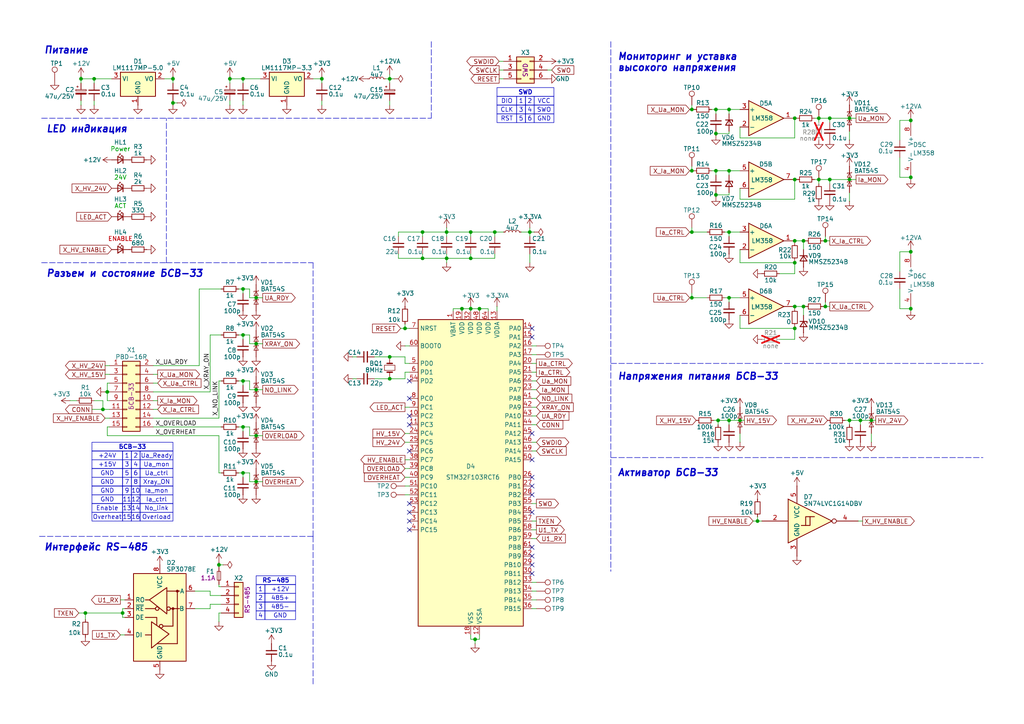
<source format=kicad_sch>
(kicad_sch
	(version 20231120)
	(generator "eeschema")
	(generator_version "8.0")
	(uuid "6c65de10-338a-453a-825b-2efbb4a3a4c6")
	(paper "A4")
	(title_block
		(title "RS485_BSV")
		(rev "1")
		(company "ООО \"Экросхим\"")
		(comment 1 "Антон Мухин")
	)
	
	(junction
		(at 137.795 185.42)
		(diameter 0)
		(color 0 0 0 0)
		(uuid "028f75c9-d258-4904-87ba-7069c7214d14")
	)
	(junction
		(at 233.045 88.9)
		(diameter 0)
		(color 0 0 0 0)
		(uuid "03b4c123-4b85-480d-b7af-984e3d281b4a")
	)
	(junction
		(at 113.03 103.505)
		(diameter 0)
		(color 0 0 0 0)
		(uuid "07d2f221-592d-4fa5-bc0a-5be6a9d64076")
	)
	(junction
		(at 211.455 49.53)
		(diameter 0)
		(color 0 0 0 0)
		(uuid "142f5400-f47f-47e0-95ff-840207fdaa9a")
	)
	(junction
		(at 153.67 67.31)
		(diameter 0)
		(color 0 0 0 0)
		(uuid "1567a187-8bba-4052-b369-9b3cccca3c0c")
	)
	(junction
		(at 113.03 22.86)
		(diameter 0)
		(color 0 0 0 0)
		(uuid "18465d2c-b2f3-4653-8b81-1db6a6c44b37")
	)
	(junction
		(at 230.505 52.07)
		(diameter 0)
		(color 0 0 0 0)
		(uuid "18a7e549-e86e-4e76-846d-76da442098b5")
	)
	(junction
		(at 200.66 86.36)
		(diameter 0)
		(color 0 0 0 0)
		(uuid "1924b925-4fc2-4c56-94b1-d6bd4f288edc")
	)
	(junction
		(at 211.455 86.36)
		(diameter 0)
		(color 0 0 0 0)
		(uuid "1a3a0cbe-399a-4b04-a6c1-2301a8819294")
	)
	(junction
		(at 70.485 22.86)
		(diameter 0)
		(color 0 0 0 0)
		(uuid "1fda85d9-9523-4a24-84ad-7129a5d4dab0")
	)
	(junction
		(at 211.455 121.92)
		(diameter 0)
		(color 0 0 0 0)
		(uuid "201cb554-f15c-4ed6-8800-f665e2a45886")
	)
	(junction
		(at 240.665 52.07)
		(diameter 0)
		(color 0 0 0 0)
		(uuid "201e47f4-24f3-4f85-90b2-057eb6e0c4ae")
	)
	(junction
		(at 74.295 126.365)
		(diameter 0)
		(color 0 0 0 0)
		(uuid "2a17aedd-31ad-4930-be04-0e5dd93fdc58")
	)
	(junction
		(at 214.63 121.92)
		(diameter 0)
		(color 0 0 0 0)
		(uuid "2b650fe2-2fcf-4af2-8833-7461857a13eb")
	)
	(junction
		(at 239.395 88.9)
		(diameter 0)
		(color 0 0 0 0)
		(uuid "31d521ae-c6d6-478c-a3fc-a44d3c21bc23")
	)
	(junction
		(at 117.475 95.25)
		(diameter 0)
		(color 0 0 0 0)
		(uuid "32c8fb3e-6757-4004-88a6-eab9fc4c266b")
	)
	(junction
		(at 246.38 121.92)
		(diameter 0)
		(color 0 0 0 0)
		(uuid "387a3d09-4a2d-482d-8fed-8b0509d74470")
	)
	(junction
		(at 27.305 22.86)
		(diameter 0)
		(color 0 0 0 0)
		(uuid "3963be55-fe21-4423-971b-cfd39aaf920f")
	)
	(junction
		(at 74.295 99.695)
		(diameter 0)
		(color 0 0 0 0)
		(uuid "39ad3b18-dabd-4482-8625-2e1970e1c579")
	)
	(junction
		(at 136.525 74.93)
		(diameter 0)
		(color 0 0 0 0)
		(uuid "3a9cc08f-ae2d-48fc-b254-d2db11ef9972")
	)
	(junction
		(at 207.645 38.735)
		(diameter 0)
		(color 0 0 0 0)
		(uuid "41f7dcc6-c779-4f7b-91b5-f127b0734a1d")
	)
	(junction
		(at 207.645 49.53)
		(diameter 0)
		(color 0 0 0 0)
		(uuid "51369cf9-eaff-4b19-8628-56fd7e25c67d")
	)
	(junction
		(at 240.665 34.29)
		(diameter 0)
		(color 0 0 0 0)
		(uuid "51a49602-d382-4a8b-a234-1e7f5e37c165")
	)
	(junction
		(at 50.165 29.845)
		(diameter 0)
		(color 0 0 0 0)
		(uuid "525ebe3d-f493-4a52-9ca1-9943a9e6f157")
	)
	(junction
		(at 129.54 67.31)
		(diameter 0)
		(color 0 0 0 0)
		(uuid "5342a01d-1005-4fb1-a972-4610f611c9b7")
	)
	(junction
		(at 70.485 137.16)
		(diameter 0)
		(color 0 0 0 0)
		(uuid "535ad066-6b0e-46e2-8801-214176aa0a5f")
	)
	(junction
		(at 237.49 52.07)
		(diameter 0)
		(color 0 0 0 0)
		(uuid "5373bb7e-624d-4834-961e-74a70b38dd82")
	)
	(junction
		(at 74.295 86.36)
		(diameter 0)
		(color 0 0 0 0)
		(uuid "5a29dc6e-11ad-4d6b-84c0-3c3d383c1aa8")
	)
	(junction
		(at 200.66 31.75)
		(diameter 0)
		(color 0 0 0 0)
		(uuid "63f2b922-6000-41af-9a2f-a6f469b164ae")
	)
	(junction
		(at 230.505 76.2)
		(diameter 0)
		(color 0 0 0 0)
		(uuid "650b11d4-4a51-4648-9063-2f51e5d35028")
	)
	(junction
		(at 70.485 110.49)
		(diameter 0)
		(color 0 0 0 0)
		(uuid "67f54780-34b0-4707-b6d2-06679fa8529f")
	)
	(junction
		(at 207.645 56.515)
		(diameter 0)
		(color 0 0 0 0)
		(uuid "6b43de8d-ca16-47e3-bf60-30d1bb7f10b5")
	)
	(junction
		(at 246.38 34.29)
		(diameter 0)
		(color 0 0 0 0)
		(uuid "6f526f89-ebdb-4216-a7a5-1a654398d3ab")
	)
	(junction
		(at 239.395 69.85)
		(diameter 0)
		(color 0 0 0 0)
		(uuid "786cf15d-4df3-420a-9655-0c7bcbc0748b")
	)
	(junction
		(at 70.485 97.155)
		(diameter 0)
		(color 0 0 0 0)
		(uuid "7d53c3ef-ba5f-43fc-b2f7-56efdf61d9f5")
	)
	(junction
		(at 23.495 22.86)
		(diameter 0)
		(color 0 0 0 0)
		(uuid "832a5b57-9a12-42fb-ab0f-df4a71c69ea8")
	)
	(junction
		(at 211.455 31.75)
		(diameter 0)
		(color 0 0 0 0)
		(uuid "88503189-f7fd-4f4d-9c2e-735031abe3fd")
	)
	(junction
		(at 264.16 51.435)
		(diameter 0)
		(color 0 0 0 0)
		(uuid "8c2a2a56-5003-4ced-aec4-4fecbc8a3beb")
	)
	(junction
		(at 136.525 89.535)
		(diameter 0)
		(color 0 0 0 0)
		(uuid "8f86a596-ff74-4806-93b1-b29436112164")
	)
	(junction
		(at 74.295 139.7)
		(diameter 0)
		(color 0 0 0 0)
		(uuid "9022db8d-4b75-4522-9472-750c0ec0164e")
	)
	(junction
		(at 29.845 118.745)
		(diameter 0)
		(color 0 0 0 0)
		(uuid "93d25117-3ffd-4009-93db-427d97203cc7")
	)
	(junction
		(at 208.28 121.92)
		(diameter 0)
		(color 0 0 0 0)
		(uuid "96bdb90e-0ae5-4b55-bbd7-b4b0f5cb1954")
	)
	(junction
		(at 66.675 22.86)
		(diameter 0)
		(color 0 0 0 0)
		(uuid "98a80fd5-ad61-477b-a0b1-ba8de1e33e9a")
	)
	(junction
		(at 139.065 89.535)
		(diameter 0)
		(color 0 0 0 0)
		(uuid "98c818b3-c907-492f-bf54-a5f90559103f")
	)
	(junction
		(at 74.295 113.03)
		(diameter 0)
		(color 0 0 0 0)
		(uuid "9d203400-e902-4760-bb7a-ada64c19b417")
	)
	(junction
		(at 129.54 74.93)
		(diameter 0)
		(color 0 0 0 0)
		(uuid "9d6e2cec-0cc1-4115-9da8-33730489b371")
	)
	(junction
		(at 264.16 89.535)
		(diameter 0)
		(color 0 0 0 0)
		(uuid "9e77e15f-1f60-45f5-9cc0-a733427a6b1c")
	)
	(junction
		(at 264.16 34.925)
		(diameter 0)
		(color 0 0 0 0)
		(uuid "9fc79d65-ce08-4a3b-ad09-4b202bf8ef39")
	)
	(junction
		(at 211.455 67.31)
		(diameter 0)
		(color 0 0 0 0)
		(uuid "a38f550d-8f14-468f-845d-b87b15186dd4")
	)
	(junction
		(at 219.71 151.13)
		(diameter 0)
		(color 0 0 0 0)
		(uuid "a8526302-b825-4b7a-a5fb-4f5e9948dfff")
	)
	(junction
		(at 70.485 123.825)
		(diameter 0)
		(color 0 0 0 0)
		(uuid "a9e8073f-31a6-45fa-b1c5-2d6686822aa2")
	)
	(junction
		(at 230.505 88.9)
		(diameter 0)
		(color 0 0 0 0)
		(uuid "ad1c0991-15b1-471f-8c72-32ea60383613")
	)
	(junction
		(at 122.555 74.93)
		(diameter 0)
		(color 0 0 0 0)
		(uuid "aed9a682-19c4-4da4-8319-d7e2b1c5341d")
	)
	(junction
		(at 70.485 83.82)
		(diameter 0)
		(color 0 0 0 0)
		(uuid "b07be636-9cd6-4689-8a5f-8bee901a1dda")
	)
	(junction
		(at 133.985 89.535)
		(diameter 0)
		(color 0 0 0 0)
		(uuid "b1935ccc-60df-4dc2-bff0-9e97b19f7588")
	)
	(junction
		(at 252.73 121.92)
		(diameter 0)
		(color 0 0 0 0)
		(uuid "b4e62bf5-f9fd-4995-bd1e-13a9dcaa276f")
	)
	(junction
		(at 35.56 177.8)
		(diameter 0)
		(color 0 0 0 0)
		(uuid "b7de33cc-5682-4dfe-a67d-ab598523ae35")
	)
	(junction
		(at 200.66 49.53)
		(diameter 0)
		(color 0 0 0 0)
		(uuid "c001de54-f963-4bbe-a143-8cbf7fb9b02f")
	)
	(junction
		(at 50.165 22.86)
		(diameter 0)
		(color 0 0 0 0)
		(uuid "c4156526-00b3-4594-83fb-a9a66578b3b5")
	)
	(junction
		(at 200.66 67.31)
		(diameter 0)
		(color 0 0 0 0)
		(uuid "c50f2e61-5316-4300-9023-051cd1c70187")
	)
	(junction
		(at 113.03 109.855)
		(diameter 0)
		(color 0 0 0 0)
		(uuid "c80d926e-8b6c-4f76-9994-ddb05aa7c72a")
	)
	(junction
		(at 136.525 67.31)
		(diameter 0)
		(color 0 0 0 0)
		(uuid "c9ea5cbe-0d13-4af9-95ab-000eaf1c7952")
	)
	(junction
		(at 233.045 69.85)
		(diameter 0)
		(color 0 0 0 0)
		(uuid "cb15b7ff-22fe-4181-bbac-9bb9807dab9e")
	)
	(junction
		(at 230.505 34.29)
		(diameter 0)
		(color 0 0 0 0)
		(uuid "cce94616-07be-4230-b67f-01b7b9f2fb38")
	)
	(junction
		(at 230.505 69.85)
		(diameter 0)
		(color 0 0 0 0)
		(uuid "cdce00ae-dbdd-44ad-a5e2-6bb57bcc3eaf")
	)
	(junction
		(at 31.115 113.665)
		(diameter 0)
		(color 0 0 0 0)
		(uuid "cf2bf728-da23-4677-8ce6-6d4845f2a843")
	)
	(junction
		(at 246.38 52.07)
		(diameter 0)
		(color 0 0 0 0)
		(uuid "d1aab4dc-45dd-4caa-8611-30856a0e58c8")
	)
	(junction
		(at 207.645 31.75)
		(diameter 0)
		(color 0 0 0 0)
		(uuid "d535521d-214f-4c03-ac8f-153454fd1ebe")
	)
	(junction
		(at 24.765 177.8)
		(diameter 0)
		(color 0 0 0 0)
		(uuid "d7a8f334-bd8b-4096-b721-5bc833248303")
	)
	(junction
		(at 230.505 95.25)
		(diameter 0)
		(color 0 0 0 0)
		(uuid "dd7016ba-6cb9-44c4-aa5c-98f02041eb6f")
	)
	(junction
		(at 249.555 121.92)
		(diameter 0)
		(color 0 0 0 0)
		(uuid "dded562e-6bd6-4a8f-a0c8-51b88b4f413b")
	)
	(junction
		(at 93.345 22.86)
		(diameter 0)
		(color 0 0 0 0)
		(uuid "e06691ed-a425-4955-8b27-5e0d25eca17f")
	)
	(junction
		(at 143.51 67.31)
		(diameter 0)
		(color 0 0 0 0)
		(uuid "e43ab1a2-4521-41b1-be9a-3c4c2df6ac5d")
	)
	(junction
		(at 63.5 163.83)
		(diameter 0)
		(color 0 0 0 0)
		(uuid "e65fac82-1b6c-47c3-aba0-a897edb9d695")
	)
	(junction
		(at 264.16 73.025)
		(diameter 0)
		(color 0 0 0 0)
		(uuid "f0439937-81fa-4d7e-9f4f-b43961265c2e")
	)
	(junction
		(at 122.555 67.31)
		(diameter 0)
		(color 0 0 0 0)
		(uuid "f5c0138d-f900-4f37-9ef6-cf6157ebb2db")
	)
	(junction
		(at 237.49 34.29)
		(diameter 0)
		(color 0 0 0 0)
		(uuid "fb9d993b-685f-4bca-a7c0-794e76bbe83a")
	)
	(no_connect
		(at 118.745 153.67)
		(uuid "0834aeb8-08ea-4bb3-84ac-18cfcb52ef26")
	)
	(no_connect
		(at 118.745 115.57)
		(uuid "0ad6f0e4-1fa6-48b0-b101-61a95672f9a0")
	)
	(no_connect
		(at 118.745 151.13)
		(uuid "0e7ff874-4a3c-4f53-9566-caec51cc5c73")
	)
	(no_connect
		(at 154.305 143.51)
		(uuid "1168b790-c158-4bc5-b993-0509710be6ae")
	)
	(no_connect
		(at 118.745 148.59)
		(uuid "197854e8-6ac9-4314-b11e-85ce7c1bc8ca")
	)
	(no_connect
		(at 154.305 166.37)
		(uuid "1d029e18-04e6-4b8a-9bbe-04176ae73e7e")
	)
	(no_connect
		(at 154.305 148.59)
		(uuid "27645f68-7a86-4afc-b2ff-5128f78c8db8")
	)
	(no_connect
		(at 118.745 110.49)
		(uuid "2fa91cad-ffd7-475e-aa67-1624066e681f")
	)
	(no_connect
		(at 154.305 125.73)
		(uuid "3b463ab6-f5f9-44b3-a4be-1203881addca")
	)
	(no_connect
		(at 118.745 120.65)
		(uuid "4c434255-1bfc-4a5f-855b-cb23e74a2713")
	)
	(no_connect
		(at 154.305 140.97)
		(uuid "537669dc-1627-4a4f-a7d9-8d0b2c1e5a4a")
	)
	(no_connect
		(at 154.305 97.79)
		(uuid "551972c5-f945-4957-a485-2092100fb9bd")
	)
	(no_connect
		(at 154.305 95.25)
		(uuid "59e286dd-76fb-4f27-adef-7106d187d064")
	)
	(no_connect
		(at 154.305 138.43)
		(uuid "5c7b122d-d5d0-4972-b431-a6cd4a7e25e7")
	)
	(no_connect
		(at 154.305 161.29)
		(uuid "66e0c3fa-4be9-4ccd-b614-d91cb3c22c98")
	)
	(no_connect
		(at 154.305 163.83)
		(uuid "6b369e54-ed59-4e00-9d8e-029d5f39b60e")
	)
	(no_connect
		(at 154.305 133.35)
		(uuid "a805e864-6f13-4e7d-91e3-20fcd73eb516")
	)
	(no_connect
		(at 118.745 146.05)
		(uuid "af9622c2-776d-4a10-aed3-3bb05ae9721e")
	)
	(no_connect
		(at 154.305 158.75)
		(uuid "b693ae24-c993-4031-be2e-e42ffd9571b5")
	)
	(no_connect
		(at 118.745 123.19)
		(uuid "b778fa1e-75ca-480e-954b-7b31b8a6a4d4")
	)
	(no_connect
		(at 118.745 130.81)
		(uuid "e7c56ad5-54fe-4a2e-9d7a-421dfcf281de")
	)
	(wire
		(pts
			(xy 151.13 67.31) (xy 153.67 67.31)
		)
		(stroke
			(width 0)
			(type default)
		)
		(uuid "00ab969e-01c4-4f55-87f9-63185d980561")
	)
	(wire
		(pts
			(xy 122.555 73.66) (xy 122.555 74.93)
		)
		(stroke
			(width 0)
			(type default)
		)
		(uuid "0120f516-63ba-4324-b199-b5702a054add")
	)
	(wire
		(pts
			(xy 230.505 95.25) (xy 230.505 94.615)
		)
		(stroke
			(width 0)
			(type default)
		)
		(uuid "01f14fad-704c-4733-aa2d-7a4a30d7e211")
	)
	(wire
		(pts
			(xy 44.45 113.665) (xy 60.96 113.665)
		)
		(stroke
			(width 0)
			(type default)
		)
		(uuid "02ff17cc-cabb-4a80-a9eb-cc5427d3b016")
	)
	(wire
		(pts
			(xy 207.645 31.75) (xy 211.455 31.75)
		)
		(stroke
			(width 0)
			(type default)
		)
		(uuid "0370a8c5-8b22-42b9-9ebc-c18ba14bd879")
	)
	(wire
		(pts
			(xy 63.5 163.195) (xy 63.5 163.83)
		)
		(stroke
			(width 0)
			(type default)
		)
		(uuid "0397a6ae-d068-4399-985b-046bad321fc9")
	)
	(wire
		(pts
			(xy 214.63 36.83) (xy 214.63 40.005)
		)
		(stroke
			(width 0)
			(type default)
		)
		(uuid "05292d8b-5ead-4a23-bb96-86f795bb9e22")
	)
	(wire
		(pts
			(xy 214.63 91.44) (xy 214.63 95.25)
		)
		(stroke
			(width 0)
			(type default)
		)
		(uuid "062b6249-e3d8-4186-9aaf-4d6f33bb8a15")
	)
	(wire
		(pts
			(xy 24.765 177.8) (xy 35.56 177.8)
		)
		(stroke
			(width 0)
			(type default)
		)
		(uuid "07ca210d-0b0e-4478-85a6-e45d31b2d61e")
	)
	(wire
		(pts
			(xy 206.375 31.75) (xy 207.645 31.75)
		)
		(stroke
			(width 0)
			(type default)
		)
		(uuid "08287f04-c631-4d8b-913f-4538d188032e")
	)
	(wire
		(pts
			(xy 27.305 116.205) (xy 29.845 116.205)
		)
		(stroke
			(width 0)
			(type default)
		)
		(uuid "08b687f4-e738-4a26-8133-719e69c9e5e0")
	)
	(wire
		(pts
			(xy 211.455 31.75) (xy 214.63 31.75)
		)
		(stroke
			(width 0)
			(type default)
		)
		(uuid "09589fb2-fc95-4a9b-b278-e3eca372a352")
	)
	(polyline
		(pts
			(xy 48.26 76.2) (xy 48.26 34.29)
		)
		(stroke
			(width 0)
			(type dash)
		)
		(uuid "098b4abe-6028-4385-93fd-1a4c60fb5f41")
	)
	(wire
		(pts
			(xy 50.165 29.845) (xy 50.165 30.48)
		)
		(stroke
			(width 0)
			(type default)
		)
		(uuid "0c4db5b8-d8e9-4142-b35d-14086770ad0a")
	)
	(wire
		(pts
			(xy 115.57 74.93) (xy 122.555 74.93)
		)
		(stroke
			(width 0)
			(type default)
		)
		(uuid "0d2ff679-8ae8-4bdd-9f5e-ca0628151861")
	)
	(wire
		(pts
			(xy 45.72 108.585) (xy 44.45 108.585)
		)
		(stroke
			(width 0)
			(type default)
		)
		(uuid "0d47c742-759a-4138-a4b7-e3e2dfa17b61")
	)
	(wire
		(pts
			(xy 211.455 121.92) (xy 214.63 121.92)
		)
		(stroke
			(width 0)
			(type default)
		)
		(uuid "0eb65e20-3408-4921-adc2-ca63320d75ac")
	)
	(wire
		(pts
			(xy 214.63 95.25) (xy 230.505 95.25)
		)
		(stroke
			(width 0)
			(type default)
		)
		(uuid "10878638-b768-4f49-b90a-86562b304785")
	)
	(wire
		(pts
			(xy 70.485 83.82) (xy 70.485 85.09)
		)
		(stroke
			(width 0)
			(type default)
		)
		(uuid "109ebf84-39af-40d8-b2b8-902b4510475c")
	)
	(wire
		(pts
			(xy 29.845 116.205) (xy 29.845 118.745)
		)
		(stroke
			(width 0)
			(type default)
		)
		(uuid "116ffab9-c76e-4c64-84a6-f00597755a63")
	)
	(wire
		(pts
			(xy 63.5 137.16) (xy 64.135 137.16)
		)
		(stroke
			(width 0)
			(type default)
		)
		(uuid "123ceee3-aa74-4d8c-a260-a89c875d2d3c")
	)
	(wire
		(pts
			(xy 72.39 137.16) (xy 72.39 139.7)
		)
		(stroke
			(width 0)
			(type default)
		)
		(uuid "126e0a17-6b55-44b1-81cf-06ce515e6879")
	)
	(wire
		(pts
			(xy 129.54 74.93) (xy 136.525 74.93)
		)
		(stroke
			(width 0)
			(type default)
		)
		(uuid "12aa7981-3085-4e9b-86f6-77324a7d76d4")
	)
	(wire
		(pts
			(xy 63.5 126.365) (xy 63.5 137.16)
		)
		(stroke
			(width 0)
			(type default)
		)
		(uuid "15292b7c-784c-472e-8726-336a2f3535eb")
	)
	(wire
		(pts
			(xy 155.575 176.53) (xy 154.305 176.53)
		)
		(stroke
			(width 0)
			(type default)
		)
		(uuid "1542906d-f1fc-4260-97c6-655aa3b982fc")
	)
	(wire
		(pts
			(xy 260.985 89.535) (xy 264.16 89.535)
		)
		(stroke
			(width 0)
			(type default)
		)
		(uuid "15890e58-afed-4e0e-8764-ea9b0c4353be")
	)
	(wire
		(pts
			(xy 264.16 72.39) (xy 264.16 73.025)
		)
		(stroke
			(width 0)
			(type default)
		)
		(uuid "15f3fa0b-7af9-4fa2-a448-18f16d492f05")
	)
	(wire
		(pts
			(xy 136.525 89.535) (xy 136.525 90.17)
		)
		(stroke
			(width 0)
			(type default)
		)
		(uuid "169de1a7-00ef-406a-b7fa-32c8b46ed547")
	)
	(wire
		(pts
			(xy 70.485 83.82) (xy 72.39 83.82)
		)
		(stroke
			(width 0)
			(type default)
		)
		(uuid "16f9da02-648f-41fb-9b93-897054cef84a")
	)
	(wire
		(pts
			(xy 122.555 68.58) (xy 122.555 67.31)
		)
		(stroke
			(width 0)
			(type default)
		)
		(uuid "18f521a5-89f2-48db-a66c-f4e985c507c8")
	)
	(wire
		(pts
			(xy 155.575 130.81) (xy 154.305 130.81)
		)
		(stroke
			(width 0)
			(type default)
		)
		(uuid "1c19cca2-fa12-423a-9bff-ed125c1b5f2d")
	)
	(wire
		(pts
			(xy 117.475 93.98) (xy 117.475 95.25)
		)
		(stroke
			(width 0)
			(type default)
		)
		(uuid "1cdcd346-4185-4320-9335-911a61e0d060")
	)
	(wire
		(pts
			(xy 108.585 109.855) (xy 113.03 109.855)
		)
		(stroke
			(width 0)
			(type default)
		)
		(uuid "1dbb3eee-cb26-4f9c-8410-fff9a1ab7640")
	)
	(wire
		(pts
			(xy 246.38 58.42) (xy 246.38 55.88)
		)
		(stroke
			(width 0)
			(type default)
		)
		(uuid "1e249161-a780-4699-bcf0-9f3b051d5da1")
	)
	(wire
		(pts
			(xy 230.505 52.07) (xy 231.14 52.07)
		)
		(stroke
			(width 0)
			(type default)
		)
		(uuid "1ee53d9e-fb16-4cb0-91a8-ad25e1ec525c")
	)
	(wire
		(pts
			(xy 117.475 140.97) (xy 118.745 140.97)
		)
		(stroke
			(width 0)
			(type default)
		)
		(uuid "20b51dc5-356c-4ec8-b96b-935a6e2a29ef")
	)
	(wire
		(pts
			(xy 44.45 106.045) (xy 57.785 106.045)
		)
		(stroke
			(width 0)
			(type default)
		)
		(uuid "20f2311b-0ea2-448f-91b5-de31e2be8193")
	)
	(wire
		(pts
			(xy 35.56 179.07) (xy 35.56 177.8)
		)
		(stroke
			(width 0)
			(type default)
		)
		(uuid "22d48507-04b2-4c8c-b466-9bf5686dfde7")
	)
	(wire
		(pts
			(xy 214.63 76.2) (xy 230.505 76.2)
		)
		(stroke
			(width 0)
			(type default)
		)
		(uuid "22f19cb0-add3-485a-8760-a6bc353ff6d3")
	)
	(wire
		(pts
			(xy 70.485 97.155) (xy 70.485 98.425)
		)
		(stroke
			(width 0)
			(type default)
		)
		(uuid "246ea579-7ec1-41df-8092-707961c507bc")
	)
	(wire
		(pts
			(xy 141.605 89.535) (xy 139.065 89.535)
		)
		(stroke
			(width 0)
			(type default)
		)
		(uuid "257fad00-78c6-43bf-a1fb-f2a05a440c5d")
	)
	(wire
		(pts
			(xy 35.56 177.8) (xy 35.56 176.53)
		)
		(stroke
			(width 0)
			(type default)
		)
		(uuid "26b3038a-025c-4bf4-935e-1a3ec7a94c9e")
	)
	(wire
		(pts
			(xy 57.785 106.045) (xy 57.785 83.82)
		)
		(stroke
			(width 0)
			(type default)
		)
		(uuid "2774e1f2-cd0a-4ff5-9c9d-c6c527cc4fdb")
	)
	(wire
		(pts
			(xy 229.87 34.29) (xy 230.505 34.29)
		)
		(stroke
			(width 0)
			(type default)
		)
		(uuid "28098d02-115d-44f1-a82d-ce1eb29d50b6")
	)
	(wire
		(pts
			(xy 74.295 139.7) (xy 76.2 139.7)
		)
		(stroke
			(width 0)
			(type default)
		)
		(uuid "282e39d4-1419-4d67-804c-3d536eea48e6")
	)
	(wire
		(pts
			(xy 211.455 49.53) (xy 214.63 49.53)
		)
		(stroke
			(width 0)
			(type default)
		)
		(uuid "283be788-0298-458c-9c22-e88eafbbf37c")
	)
	(wire
		(pts
			(xy 155.575 105.41) (xy 154.305 105.41)
		)
		(stroke
			(width 0)
			(type default)
		)
		(uuid "288c4b13-3e6d-4992-ac08-86d052fbeecc")
	)
	(wire
		(pts
			(xy 117.475 138.43) (xy 118.745 138.43)
		)
		(stroke
			(width 0)
			(type default)
		)
		(uuid "28a8c4f7-7fd3-4bdd-b72d-2e8ead6a510b")
	)
	(wire
		(pts
			(xy 23.495 22.86) (xy 23.495 24.13)
		)
		(stroke
			(width 0)
			(type default)
		)
		(uuid "29477350-ba2d-4101-9b98-0886c6972ee3")
	)
	(wire
		(pts
			(xy 137.795 185.42) (xy 139.065 185.42)
		)
		(stroke
			(width 0)
			(type default)
		)
		(uuid "294c1c53-d512-4124-9a28-dca73b847fed")
	)
	(wire
		(pts
			(xy 63.5 177.8) (xy 63.5 180.34)
		)
		(stroke
			(width 0)
			(type default)
		)
		(uuid "29ab4b1d-41d8-4ed9-ae4f-f8172922f126")
	)
	(wire
		(pts
			(xy 70.485 137.16) (xy 72.39 137.16)
		)
		(stroke
			(width 0)
			(type default)
		)
		(uuid "29ed41a2-2149-423b-af84-ae9bef1b73f3")
	)
	(wire
		(pts
			(xy 252.73 125.73) (xy 252.73 128.27)
		)
		(stroke
			(width 0)
			(type default)
		)
		(uuid "2bbae60c-409f-47e6-b426-68c8cf18393f")
	)
	(polyline
		(pts
			(xy 177.165 105.41) (xy 285.115 105.41)
		)
		(stroke
			(width 0)
			(type dash)
		)
		(uuid "2c572868-fb26-448c-bf29-99582634bd4d")
	)
	(wire
		(pts
			(xy 141.605 90.17) (xy 141.605 89.535)
		)
		(stroke
			(width 0)
			(type default)
		)
		(uuid "2e26ea72-adb4-4c73-a9c4-72efb21129f2")
	)
	(wire
		(pts
			(xy 230.505 79.375) (xy 230.505 76.2)
		)
		(stroke
			(width 0)
			(type default)
		)
		(uuid "2e597503-ffec-4c71-a11b-dc9f874c871d")
	)
	(wire
		(pts
			(xy 207.01 121.92) (xy 208.28 121.92)
		)
		(stroke
			(width 0)
			(type default)
		)
		(uuid "2edde12c-d59f-4b87-b6e7-1d7ef82b75e3")
	)
	(wire
		(pts
			(xy 214.63 72.39) (xy 214.63 76.2)
		)
		(stroke
			(width 0)
			(type default)
		)
		(uuid "2fb6ce58-8e7d-427d-94cb-0de3e3afca39")
	)
	(wire
		(pts
			(xy 233.045 88.9) (xy 233.68 88.9)
		)
		(stroke
			(width 0)
			(type default)
		)
		(uuid "3089fdfa-8c62-4f87-8d81-4159222c66ce")
	)
	(wire
		(pts
			(xy 239.395 69.85) (xy 240.665 69.85)
		)
		(stroke
			(width 0)
			(type default)
		)
		(uuid "30999ea2-48a3-4a65-850f-1862e2cf1fde")
	)
	(wire
		(pts
			(xy 117.475 103.505) (xy 113.03 103.505)
		)
		(stroke
			(width 0)
			(type default)
		)
		(uuid "30e6e9d1-f6c4-4fe3-954d-930123a182de")
	)
	(wire
		(pts
			(xy 31.115 113.665) (xy 31.75 113.665)
		)
		(stroke
			(width 0)
			(type default)
		)
		(uuid "3134252f-22ab-4706-ad27-e337aeb4e0b8")
	)
	(wire
		(pts
			(xy 207.645 57.15) (xy 207.645 56.515)
		)
		(stroke
			(width 0)
			(type default)
		)
		(uuid "31878509-7cf8-4b47-a6d3-ee7cb3051110")
	)
	(wire
		(pts
			(xy 230.505 69.85) (xy 233.045 69.85)
		)
		(stroke
			(width 0)
			(type default)
		)
		(uuid "320aef2b-8115-4e29-b370-4888f669e126")
	)
	(wire
		(pts
			(xy 45.72 111.125) (xy 44.45 111.125)
		)
		(stroke
			(width 0)
			(type default)
		)
		(uuid "3245758f-651b-444d-b45e-90bf24f3ce83")
	)
	(wire
		(pts
			(xy 200.025 67.31) (xy 200.66 67.31)
		)
		(stroke
			(width 0)
			(type default)
		)
		(uuid "336c1a9c-ad86-4085-b979-fa8e7af73b12")
	)
	(wire
		(pts
			(xy 237.49 34.29) (xy 237.49 35.56)
		)
		(stroke
			(width 0)
			(type default)
		)
		(uuid "33ef101a-850a-41b2-a8ae-ee00b797dffd")
	)
	(wire
		(pts
			(xy 136.525 185.42) (xy 137.795 185.42)
		)
		(stroke
			(width 0)
			(type default)
		)
		(uuid "3431d044-4a42-4082-8ab6-ce4445dff65c")
	)
	(wire
		(pts
			(xy 230.505 88.9) (xy 233.045 88.9)
		)
		(stroke
			(width 0)
			(type default)
		)
		(uuid "357fa9c3-92bd-48a1-879f-694cc27637d5")
	)
	(wire
		(pts
			(xy 155.575 120.65) (xy 154.305 120.65)
		)
		(stroke
			(width 0)
			(type default)
		)
		(uuid "3626f021-d722-45fb-bb0d-585a27f61b87")
	)
	(wire
		(pts
			(xy 113.03 109.855) (xy 113.03 109.22)
		)
		(stroke
			(width 0)
			(type default)
		)
		(uuid "36afa65e-aaed-467f-8eb5-46078f9d8431")
	)
	(wire
		(pts
			(xy 144.145 88.9) (xy 144.145 90.17)
		)
		(stroke
			(width 0)
			(type default)
		)
		(uuid "36defc11-29f9-426e-b687-fcb4f5dcaebd")
	)
	(wire
		(pts
			(xy 207.645 49.53) (xy 211.455 49.53)
		)
		(stroke
			(width 0)
			(type default)
		)
		(uuid "37b2fd00-08ed-417a-8a05-5c2dc578a2ad")
	)
	(wire
		(pts
			(xy 264.16 73.025) (xy 264.16 73.66)
		)
		(stroke
			(width 0)
			(type default)
		)
		(uuid "3845c0e2-4b1c-49dd-921f-23f8fea021ad")
	)
	(wire
		(pts
			(xy 117.475 105.41) (xy 117.475 103.505)
		)
		(stroke
			(width 0)
			(type default)
		)
		(uuid "389ee582-0b07-4a5a-a490-19e14ab1dd42")
	)
	(wire
		(pts
			(xy 219.71 151.13) (xy 220.98 151.13)
		)
		(stroke
			(width 0)
			(type default)
		)
		(uuid "38a3490e-6c79-4f3a-912c-174729d78567")
	)
	(wire
		(pts
			(xy 60.96 113.665) (xy 60.96 97.155)
		)
		(stroke
			(width 0)
			(type default)
		)
		(uuid "3a0700d5-75eb-45ba-9705-693a18f52b5f")
	)
	(wire
		(pts
			(xy 211.455 38.1) (xy 211.455 38.735)
		)
		(stroke
			(width 0)
			(type default)
		)
		(uuid "3a248325-2fb0-4975-a220-09b5117f3a2c")
	)
	(wire
		(pts
			(xy 237.49 52.07) (xy 237.49 53.34)
		)
		(stroke
			(width 0)
			(type default)
		)
		(uuid "3a83bf82-f5c6-457d-80a8-fe8bdfe4313c")
	)
	(wire
		(pts
			(xy 155.575 151.13) (xy 154.305 151.13)
		)
		(stroke
			(width 0)
			(type default)
		)
		(uuid "3af111f2-1320-4e8a-a2b9-fa77ff94adee")
	)
	(wire
		(pts
			(xy 211.455 49.53) (xy 211.455 50.8)
		)
		(stroke
			(width 0)
			(type default)
		)
		(uuid "3b7bd9d0-eb46-475d-92a2-d4b8668b5d84")
	)
	(wire
		(pts
			(xy 211.455 67.31) (xy 214.63 67.31)
		)
		(stroke
			(width 0)
			(type default)
		)
		(uuid "3c858e11-845a-432b-8504-14816f003830")
	)
	(wire
		(pts
			(xy 200.025 31.75) (xy 200.66 31.75)
		)
		(stroke
			(width 0)
			(type default)
		)
		(uuid "3d047e45-0762-4e0f-a655-022a349c3fe1")
	)
	(wire
		(pts
			(xy 260.985 83.82) (xy 260.985 89.535)
		)
		(stroke
			(width 0)
			(type default)
		)
		(uuid "3e7930f5-050c-4b97-9abd-f13e071135b4")
	)
	(wire
		(pts
			(xy 70.485 123.825) (xy 70.485 125.095)
		)
		(stroke
			(width 0)
			(type default)
		)
		(uuid "3f9707de-0277-44de-b34b-8ef5f5792c7b")
	)
	(wire
		(pts
			(xy 70.485 22.86) (xy 75.565 22.86)
		)
		(stroke
			(width 0)
			(type default)
		)
		(uuid "3f9cb76a-2267-44d6-9545-e1568dde90e4")
	)
	(wire
		(pts
			(xy 45.72 118.745) (xy 44.45 118.745)
		)
		(stroke
			(width 0)
			(type default)
		)
		(uuid "3fa7f5ab-7e68-4968-9ebf-2babd438aefe")
	)
	(wire
		(pts
			(xy 30.48 121.285) (xy 31.75 121.285)
		)
		(stroke
			(width 0)
			(type default)
		)
		(uuid "3fb8f159-7f0c-4c6a-a11f-b6a2fcaa96c3")
	)
	(wire
		(pts
			(xy 136.525 67.31) (xy 136.525 68.58)
		)
		(stroke
			(width 0)
			(type default)
		)
		(uuid "3ff66be5-24ea-4167-a6df-b4a2b886dd46")
	)
	(wire
		(pts
			(xy 50.165 22.225) (xy 50.165 22.86)
		)
		(stroke
			(width 0)
			(type default)
		)
		(uuid "405f1fc8-3803-41df-8be6-472c54d228d9")
	)
	(wire
		(pts
			(xy 66.675 29.21) (xy 66.675 30.48)
		)
		(stroke
			(width 0)
			(type default)
		)
		(uuid "4127633f-2b4e-48b4-888f-ec6eb116ffcb")
	)
	(wire
		(pts
			(xy 246.38 34.29) (xy 248.285 34.29)
		)
		(stroke
			(width 0)
			(type default)
		)
		(uuid "41d284a3-0b93-43c6-8715-5d050dffb08b")
	)
	(wire
		(pts
			(xy 129.54 67.31) (xy 136.525 67.31)
		)
		(stroke
			(width 0)
			(type default)
		)
		(uuid "434c2c7e-8ae7-422d-a3a2-a6529f214ef7")
	)
	(wire
		(pts
			(xy 115.57 73.66) (xy 115.57 74.93)
		)
		(stroke
			(width 0)
			(type default)
		)
		(uuid "436076e8-1a33-4455-9338-cdf13e2ee2a3")
	)
	(wire
		(pts
			(xy 155.575 146.05) (xy 154.305 146.05)
		)
		(stroke
			(width 0)
			(type default)
		)
		(uuid "43e98e1d-627b-4e12-a0cc-b2e6dbcfeec3")
	)
	(wire
		(pts
			(xy 116.205 95.25) (xy 117.475 95.25)
		)
		(stroke
			(width 0)
			(type default)
		)
		(uuid "44198ad6-4707-4e39-a1fa-3c4f509dd8e3")
	)
	(wire
		(pts
			(xy 57.785 83.82) (xy 64.135 83.82)
		)
		(stroke
			(width 0)
			(type default)
		)
		(uuid "44a9906e-0fa8-4a6b-a9f5-db31672d35a2")
	)
	(wire
		(pts
			(xy 264.16 89.535) (xy 264.16 88.9)
		)
		(stroke
			(width 0)
			(type default)
		)
		(uuid "45358f9e-466d-4968-ad42-ac36120054c9")
	)
	(wire
		(pts
			(xy 229.87 52.07) (xy 230.505 52.07)
		)
		(stroke
			(width 0)
			(type default)
		)
		(uuid "4579bc35-f63a-4d08-8a46-0fa55385c310")
	)
	(wire
		(pts
			(xy 60.96 171.45) (xy 56.515 171.45)
		)
		(stroke
			(width 0)
			(type default)
		)
		(uuid "45851636-3826-4b32-873d-f408b303e837")
	)
	(wire
		(pts
			(xy 211.455 121.92) (xy 211.455 123.19)
		)
		(stroke
			(width 0)
			(type default)
		)
		(uuid "4646e1e9-09ac-4094-8a0c-31d3f9d6c6ca")
	)
	(wire
		(pts
			(xy 211.455 67.31) (xy 211.455 68.58)
		)
		(stroke
			(width 0)
			(type default)
		)
		(uuid "467b3ba2-7ac6-4c38-8af8-12b99ec77965")
	)
	(wire
		(pts
			(xy 117.475 107.95) (xy 117.475 109.855)
		)
		(stroke
			(width 0)
			(type default)
		)
		(uuid "4763563c-c8b3-4e0c-8bf4-4d9a79674d13")
	)
	(wire
		(pts
			(xy 229.87 88.9) (xy 230.505 88.9)
		)
		(stroke
			(width 0)
			(type default)
		)
		(uuid "477261df-c6cb-4bbf-b35c-9a7ac4514e37")
	)
	(wire
		(pts
			(xy 27.305 29.21) (xy 27.305 30.48)
		)
		(stroke
			(width 0)
			(type default)
		)
		(uuid "47d76363-4b09-41f9-8462-c23d5e2ea01c")
	)
	(wire
		(pts
			(xy 230.505 69.85) (xy 230.505 70.485)
		)
		(stroke
			(width 0)
			(type default)
		)
		(uuid "47f47786-b94c-4c79-80e7-90b2785cd67a")
	)
	(wire
		(pts
			(xy 117.475 143.51) (xy 118.745 143.51)
		)
		(stroke
			(width 0)
			(type default)
		)
		(uuid "48458cf7-2f4b-4ea1-8f09-005728b07166")
	)
	(wire
		(pts
			(xy 31.115 126.365) (xy 63.5 126.365)
		)
		(stroke
			(width 0)
			(type default)
		)
		(uuid "49062658-0ece-440f-bd23-b6051fc4a04b")
	)
	(wire
		(pts
			(xy 139.065 89.535) (xy 139.065 90.17)
		)
		(stroke
			(width 0)
			(type default)
		)
		(uuid "4924dcca-4e49-4602-b164-890b5f1a8147")
	)
	(wire
		(pts
			(xy 143.51 67.31) (xy 146.05 67.31)
		)
		(stroke
			(width 0)
			(type default)
		)
		(uuid "4b1c8ad5-e9d6-49cf-ba0d-2cc27bfa567c")
	)
	(wire
		(pts
			(xy 24.765 177.8) (xy 24.765 179.705)
		)
		(stroke
			(width 0)
			(type default)
		)
		(uuid "4c8f2735-0a5d-4f74-8ab0-060ef8618276")
	)
	(wire
		(pts
			(xy 230.505 57.785) (xy 230.505 52.07)
		)
		(stroke
			(width 0)
			(type default)
		)
		(uuid "4cfd96c1-1232-4c47-8839-0db1f4f587da")
	)
	(wire
		(pts
			(xy 34.925 184.15) (xy 36.195 184.15)
		)
		(stroke
			(width 0)
			(type default)
		)
		(uuid "4d0e9eca-f909-4d51-ace3-2e44406d477e")
	)
	(wire
		(pts
			(xy 74.295 86.36) (xy 76.2 86.36)
		)
		(stroke
			(width 0)
			(type default)
		)
		(uuid "4f0ee174-0796-47f7-98d3-0cc809dff7d0")
	)
	(wire
		(pts
			(xy 31.115 111.125) (xy 31.115 113.665)
		)
		(stroke
			(width 0)
			(type default)
		)
		(uuid "4f3e722f-5229-434b-91ec-eb65cfaa254f")
	)
	(wire
		(pts
			(xy 117.475 135.89) (xy 118.745 135.89)
		)
		(stroke
			(width 0)
			(type default)
		)
		(uuid "4f42b17d-4e36-46df-be16-4a783e530eb4")
	)
	(polyline
		(pts
			(xy 12.065 76.2) (xy 48.26 76.2)
		)
		(stroke
			(width 0)
			(type dash)
		)
		(uuid "518df918-351f-43c1-8ba3-833e66e9fe41")
	)
	(wire
		(pts
			(xy 237.49 34.29) (xy 240.665 34.29)
		)
		(stroke
			(width 0)
			(type default)
		)
		(uuid "534ef484-e57f-4c41-834e-8c00803c9b8e")
	)
	(wire
		(pts
			(xy 117.475 133.35) (xy 118.745 133.35)
		)
		(stroke
			(width 0)
			(type default)
		)
		(uuid "543ed86d-1f2e-4065-943e-062d474e22e0")
	)
	(wire
		(pts
			(xy 155.575 107.95) (xy 154.305 107.95)
		)
		(stroke
			(width 0)
			(type default)
		)
		(uuid "545aed36-e080-4d67-8b9f-56b22e968de3")
	)
	(wire
		(pts
			(xy 23.495 29.21) (xy 23.495 30.48)
		)
		(stroke
			(width 0)
			(type default)
		)
		(uuid "54f48156-f5c5-462a-afce-837484d58336")
	)
	(polyline
		(pts
			(xy 177.165 12.065) (xy 177.165 165.735)
		)
		(stroke
			(width 0)
			(type dash)
		)
		(uuid "5777051b-eb00-4886-bad9-6bc98cac7c68")
	)
	(polyline
		(pts
			(xy 177.165 132.715) (xy 285.115 132.715)
		)
		(stroke
			(width 0)
			(type dash)
		)
		(uuid "584810c5-a0b5-42cc-91cb-e9bb1b8fe80d")
	)
	(wire
		(pts
			(xy 22.86 177.8) (xy 24.765 177.8)
		)
		(stroke
			(width 0)
			(type default)
		)
		(uuid "595b327d-f7eb-49d4-97f4-76660524596e")
	)
	(wire
		(pts
			(xy 214.63 40.005) (xy 230.505 40.005)
		)
		(stroke
			(width 0)
			(type default)
		)
		(uuid "599e5b63-3184-4ae0-988d-e63377af5521")
	)
	(wire
		(pts
			(xy 211.455 31.75) (xy 211.455 33.02)
		)
		(stroke
			(width 0)
			(type default)
		)
		(uuid "59d35ac0-18b0-4e28-972d-ec5f00b48b90")
	)
	(wire
		(pts
			(xy 66.675 22.86) (xy 70.485 22.86)
		)
		(stroke
			(width 0)
			(type default)
		)
		(uuid "5a6c482f-6dec-474e-b953-9e5ac277e666")
	)
	(wire
		(pts
			(xy 50.165 22.86) (xy 50.165 24.13)
		)
		(stroke
			(width 0)
			(type default)
		)
		(uuid "5a713af7-24ca-4e06-8559-aa7b62b20af2")
	)
	(wire
		(pts
			(xy 264.16 90.17) (xy 264.16 89.535)
		)
		(stroke
			(width 0)
			(type default)
		)
		(uuid "5aeed5ae-5d50-4b3d-85ba-83ea314d6315")
	)
	(wire
		(pts
			(xy 240.665 52.07) (xy 246.38 52.07)
		)
		(stroke
			(width 0)
			(type default)
		)
		(uuid "5c01f605-299c-4b1f-9ecd-290f8d81a399")
	)
	(wire
		(pts
			(xy 69.215 83.82) (xy 70.485 83.82)
		)
		(stroke
			(width 0)
			(type default)
		)
		(uuid "5c7b0d04-1f63-49ac-8d65-5a54acee3cae")
	)
	(wire
		(pts
			(xy 230.505 98.425) (xy 230.505 95.25)
		)
		(stroke
			(width 0)
			(type default)
		)
		(uuid "5ca6832a-16f0-4cf6-88d3-351330757881")
	)
	(wire
		(pts
			(xy 29.845 118.745) (xy 31.75 118.745)
		)
		(stroke
			(width 0)
			(type default)
		)
		(uuid "5cc5bbcc-2265-4080-a7a6-54778bec7afa")
	)
	(wire
		(pts
			(xy 210.185 67.31) (xy 211.455 67.31)
		)
		(stroke
			(width 0)
			(type default)
		)
		(uuid "5ce07929-2e62-4b7b-b301-0a5d5077dc60")
	)
	(wire
		(pts
			(xy 210.185 86.36) (xy 211.455 86.36)
		)
		(stroke
			(width 0)
			(type default)
		)
		(uuid "5d16ad16-7444-4b24-92a2-265411d67b3f")
	)
	(wire
		(pts
			(xy 35.56 176.53) (xy 36.195 176.53)
		)
		(stroke
			(width 0)
			(type default)
		)
		(uuid "5eaa968b-7fa3-4ccd-a07f-55d66a721ad7")
	)
	(wire
		(pts
			(xy 64.135 177.8) (xy 63.5 177.8)
		)
		(stroke
			(width 0)
			(type default)
		)
		(uuid "5eea3b24-38a7-40d0-8fe7-64899bc7bce6")
	)
	(wire
		(pts
			(xy 66.675 22.225) (xy 66.675 22.86)
		)
		(stroke
			(width 0)
			(type default)
		)
		(uuid "6168fb25-51c6-482b-a1af-7678e0299146")
	)
	(wire
		(pts
			(xy 233.045 69.85) (xy 233.045 72.39)
		)
		(stroke
			(width 0)
			(type default)
		)
		(uuid "61ce6067-f3a5-41b7-8201-f673fe97c63c")
	)
	(wire
		(pts
			(xy 208.28 121.92) (xy 211.455 121.92)
		)
		(stroke
			(width 0)
			(type default)
		)
		(uuid "61d19e82-ff29-4b4f-aeb7-9b241d5d5572")
	)
	(wire
		(pts
			(xy 26.67 118.745) (xy 29.845 118.745)
		)
		(stroke
			(width 0)
			(type default)
		)
		(uuid "61f2ceb5-0a1f-4a36-ad68-8b76ff5b12d6")
	)
	(wire
		(pts
			(xy 133.985 89.535) (xy 136.525 89.535)
		)
		(stroke
			(width 0)
			(type default)
		)
		(uuid "62dcb93a-9e5a-4711-9ca6-c6a6b7e02fa3")
	)
	(wire
		(pts
			(xy 230.505 40.005) (xy 230.505 34.29)
		)
		(stroke
			(width 0)
			(type default)
		)
		(uuid "62e90d70-7114-43a1-9849-c4aa114e743e")
	)
	(wire
		(pts
			(xy 154.305 123.19) (xy 155.575 123.19)
		)
		(stroke
			(width 0)
			(type default)
		)
		(uuid "63580d9b-1dc6-4536-8e32-68e93e9a3526")
	)
	(wire
		(pts
			(xy 66.675 22.86) (xy 66.675 24.13)
		)
		(stroke
			(width 0)
			(type default)
		)
		(uuid "63929f55-c5bc-43ee-b383-d5dd9b98ab47")
	)
	(polyline
		(pts
			(xy 48.26 76.2) (xy 90.805 76.2)
		)
		(stroke
			(width 0)
			(type dash)
		)
		(uuid "63a00287-40bb-4c13-a092-916f0e9ed320")
	)
	(wire
		(pts
			(xy 219.71 149.86) (xy 219.71 151.13)
		)
		(stroke
			(width 0)
			(type default)
		)
		(uuid "63b92061-f9c5-49e7-8f2d-e47df135eb58")
	)
	(wire
		(pts
			(xy 200.66 66.04) (xy 200.66 67.31)
		)
		(stroke
			(width 0)
			(type default)
		)
		(uuid "6552bdb6-ff1d-4434-ac12-596ab2c9d421")
	)
	(wire
		(pts
			(xy 129.54 74.93) (xy 129.54 76.2)
		)
		(stroke
			(width 0)
			(type default)
		)
		(uuid "65bd03f9-5879-4de9-a6ca-444babbb7b77")
	)
	(wire
		(pts
			(xy 136.525 184.15) (xy 136.525 185.42)
		)
		(stroke
			(width 0)
			(type default)
		)
		(uuid "662b6f59-2f59-4463-b6d8-d6dae922be71")
	)
	(wire
		(pts
			(xy 214.63 57.785) (xy 230.505 57.785)
		)
		(stroke
			(width 0)
			(type default)
		)
		(uuid "6771574d-83d6-4075-acd6-a1b557231422")
	)
	(wire
		(pts
			(xy 238.76 69.85) (xy 239.395 69.85)
		)
		(stroke
			(width 0)
			(type default)
		)
		(uuid "67efc3d5-6e89-4172-9e38-d7a149c5df42")
	)
	(wire
		(pts
			(xy 237.49 52.07) (xy 240.665 52.07)
		)
		(stroke
			(width 0)
			(type default)
		)
		(uuid "682f2f0d-b42d-415e-9b5c-fe6c37f38f93")
	)
	(wire
		(pts
			(xy 260.985 73.025) (xy 264.16 73.025)
		)
		(stroke
			(width 0)
			(type default)
		)
		(uuid "68f22a08-a92c-44f2-b3fe-e28752951ce1")
	)
	(wire
		(pts
			(xy 260.985 40.64) (xy 260.985 34.925)
		)
		(stroke
			(width 0)
			(type default)
		)
		(uuid "69f42c12-4cab-44b7-9bc7-98cbdbf54133")
	)
	(wire
		(pts
			(xy 117.475 125.73) (xy 118.745 125.73)
		)
		(stroke
			(width 0)
			(type default)
		)
		(uuid "6a42f876-6c86-4e29-b251-4e6de97fbb3b")
	)
	(wire
		(pts
			(xy 60.96 172.72) (xy 60.96 171.45)
		)
		(stroke
			(width 0)
			(type default)
		)
		(uuid "6aa60ff3-c397-418a-85c2-9740c746cdfc")
	)
	(wire
		(pts
			(xy 153.67 67.31) (xy 153.67 68.58)
		)
		(stroke
			(width 0)
			(type default)
		)
		(uuid "6b4b33fa-3897-4975-80b2-a76b5f4e9601")
	)
	(wire
		(pts
			(xy 72.39 113.03) (xy 74.295 113.03)
		)
		(stroke
			(width 0)
			(type default)
		)
		(uuid "6c0cf430-cc6a-4df9-af6f-4ab0db903bc9")
	)
	(wire
		(pts
			(xy 136.525 67.31) (xy 143.51 67.31)
		)
		(stroke
			(width 0)
			(type default)
		)
		(uuid "6cdc5052-f493-476d-b875-c324a995d250")
	)
	(wire
		(pts
			(xy 155.575 118.11) (xy 154.305 118.11)
		)
		(stroke
			(width 0)
			(type default)
		)
		(uuid "6d4488a9-c091-4f54-8d80-0547589c308d")
	)
	(wire
		(pts
			(xy 27.305 22.86) (xy 27.305 24.13)
		)
		(stroke
			(width 0)
			(type default)
		)
		(uuid "6e1d38e5-f108-4f20-9306-189824015f54")
	)
	(wire
		(pts
			(xy 64.135 175.26) (xy 60.96 175.26)
		)
		(stroke
			(width 0)
			(type default)
		)
		(uuid "6fdaf564-28c1-4f12-b4c7-1bbc55ae0651")
	)
	(wire
		(pts
			(xy 144.78 22.86) (xy 146.05 22.86)
		)
		(stroke
			(width 0)
			(type default)
		)
		(uuid "70f6b2e5-e6c8-4e74-9f86-1455af68b125")
	)
	(wire
		(pts
			(xy 246.38 121.92) (xy 249.555 121.92)
		)
		(stroke
			(width 0)
			(type default)
		)
		(uuid "7151cb84-7698-419b-9b63-6e400a5760bc")
	)
	(wire
		(pts
			(xy 44.45 121.285) (xy 63.5 121.285)
		)
		(stroke
			(width 0)
			(type default)
		)
		(uuid "717bdc0a-35b3-481a-a5e8-37401a360ed6")
	)
	(wire
		(pts
			(xy 143.51 74.93) (xy 136.525 74.93)
		)
		(stroke
			(width 0)
			(type default)
		)
		(uuid "726174b1-fa69-44bb-97ef-dba00cfe3485")
	)
	(wire
		(pts
			(xy 93.345 22.225) (xy 93.345 22.86)
		)
		(stroke
			(width 0)
			(type default)
		)
		(uuid "74ae7b38-ad23-4fe1-b91e-72ef46d7711b")
	)
	(wire
		(pts
			(xy 230.505 88.9) (xy 230.505 89.535)
		)
		(stroke
			(width 0)
			(type default)
		)
		(uuid "74fc2a67-40cc-4b39-beb6-f73fa5d551b2")
	)
	(wire
		(pts
			(xy 27.305 22.86) (xy 32.385 22.86)
		)
		(stroke
			(width 0)
			(type default)
		)
		(uuid "754f1186-bde7-490b-9e92-83b0a5eaf3f8")
	)
	(wire
		(pts
			(xy 117.475 109.855) (xy 113.03 109.855)
		)
		(stroke
			(width 0)
			(type default)
		)
		(uuid "7567d7b2-3a84-40c2-8587-9dd1a31a65ca")
	)
	(wire
		(pts
			(xy 51.435 29.845) (xy 50.165 29.845)
		)
		(stroke
			(width 0)
			(type default)
		)
		(uuid "75bfb79e-acca-4c85-b22c-ee3997fe0b07")
	)
	(wire
		(pts
			(xy 72.39 110.49) (xy 72.39 113.03)
		)
		(stroke
			(width 0)
			(type default)
		)
		(uuid "7689b993-338d-4cf4-b2a9-e058a6bd9903")
	)
	(wire
		(pts
			(xy 155.575 102.87) (xy 154.305 102.87)
		)
		(stroke
			(width 0)
			(type default)
		)
		(uuid "770689a8-9007-4c85-b6ae-09b11f3e6e17")
	)
	(wire
		(pts
			(xy 226.06 79.375) (xy 230.505 79.375)
		)
		(stroke
			(width 0)
			(type default)
		)
		(uuid "77246896-55a7-4c21-84a0-2785f21b1676")
	)
	(wire
		(pts
			(xy 260.985 34.925) (xy 264.16 34.925)
		)
		(stroke
			(width 0)
			(type default)
		)
		(uuid "774a4af8-c90c-47d7-8a79-a5e178680998")
	)
	(wire
		(pts
			(xy 31.75 111.125) (xy 31.115 111.125)
		)
		(stroke
			(width 0)
			(type default)
		)
		(uuid "77e58e46-2a57-4ab9-871e-a3f34200a2e7")
	)
	(wire
		(pts
			(xy 240.665 52.07) (xy 240.665 53.34)
		)
		(stroke
			(width 0)
			(type default)
		)
		(uuid "78352e51-c751-4b6f-b8ac-c5e1772a7f97")
	)
	(wire
		(pts
			(xy 113.03 103.505) (xy 113.03 104.14)
		)
		(stroke
			(width 0)
			(type default)
		)
		(uuid "7923edcf-79b0-467f-b689-116fb69a2219")
	)
	(wire
		(pts
			(xy 239.395 88.9) (xy 240.665 88.9)
		)
		(stroke
			(width 0)
			(type default)
		)
		(uuid "79315024-cf41-473c-a0ca-1dd14cc1557a")
	)
	(wire
		(pts
			(xy 155.575 100.33) (xy 154.305 100.33)
		)
		(stroke
			(width 0)
			(type default)
		)
		(uuid "7983bf53-dfed-47f2-8e72-22df018feb69")
	)
	(wire
		(pts
			(xy 264.16 51.435) (xy 264.16 50.8)
		)
		(stroke
			(width 0)
			(type default)
		)
		(uuid "79894bbe-4a42-4fc8-8308-5fe81db3af66")
	)
	(wire
		(pts
			(xy 211.455 86.36) (xy 211.455 87.63)
		)
		(stroke
			(width 0)
			(type default)
		)
		(uuid "7bb70767-fa98-4e8d-9fcd-07c9a56629a3")
	)
	(wire
		(pts
			(xy 137.795 185.42) (xy 137.795 186.69)
		)
		(stroke
			(width 0)
			(type default)
		)
		(uuid "7c186d42-c4f7-4e46-a0ed-de0ec3040def")
	)
	(wire
		(pts
			(xy 113.03 30.48) (xy 113.03 29.21)
		)
		(stroke
			(width 0)
			(type default)
		)
		(uuid "7c835c20-2ccc-410b-9b7c-3508ebbb7417")
	)
	(wire
		(pts
			(xy 236.22 34.29) (xy 237.49 34.29)
		)
		(stroke
			(width 0)
			(type default)
		)
		(uuid "7d29453e-b978-4f86-9710-1f8959b9d99c")
	)
	(wire
		(pts
			(xy 115.57 67.31) (xy 122.555 67.31)
		)
		(stroke
			(width 0)
			(type default)
		)
		(uuid "7dad14bf-7faa-4b4f-be81-7b9410168bc7")
	)
	(wire
		(pts
			(xy 74.295 99.695) (xy 76.2 99.695)
		)
		(stroke
			(width 0)
			(type default)
		)
		(uuid "800cad31-24c7-4dbc-8564-8732ccde8423")
	)
	(wire
		(pts
			(xy 206.375 49.53) (xy 207.645 49.53)
		)
		(stroke
			(width 0)
			(type default)
		)
		(uuid "80ff83cb-0d59-4ff5-88d0-92cda69f2219")
	)
	(wire
		(pts
			(xy 240.665 34.29) (xy 246.38 34.29)
		)
		(stroke
			(width 0)
			(type default)
		)
		(uuid "82d2f6e8-5b35-49ce-a982-94dafd0da2a5")
	)
	(wire
		(pts
			(xy 64.77 163.83) (xy 63.5 163.83)
		)
		(stroke
			(width 0)
			(type default)
		)
		(uuid "8531ba28-5d1d-402d-a0dd-81da437c8f10")
	)
	(wire
		(pts
			(xy 246.38 40.64) (xy 246.38 38.1)
		)
		(stroke
			(width 0)
			(type default)
		)
		(uuid "8635ad2f-c607-4d79-81ea-e59cea10b6bf")
	)
	(wire
		(pts
			(xy 122.555 67.31) (xy 129.54 67.31)
		)
		(stroke
			(width 0)
			(type default)
		)
		(uuid "86ddb51e-7eb3-40c7-b336-094997b2d7b6")
	)
	(wire
		(pts
			(xy 63.5 170.18) (xy 63.5 169.545)
		)
		(stroke
			(width 0)
			(type default)
		)
		(uuid "892999ef-45e6-4b2b-8f9d-889eaa10805f")
	)
	(wire
		(pts
			(xy 70.485 29.21) (xy 70.485 30.48)
		)
		(stroke
			(width 0)
			(type default)
		)
		(uuid "8af6902a-3eec-4605-b4dc-1230078d6a1c")
	)
	(wire
		(pts
			(xy 214.63 54.61) (xy 214.63 57.785)
		)
		(stroke
			(width 0)
			(type default)
		)
		(uuid "8c4709ec-3c6d-4685-9231-a87fa6df42d9")
	)
	(wire
		(pts
			(xy 200.025 86.36) (xy 200.66 86.36)
		)
		(stroke
			(width 0)
			(type default)
		)
		(uuid "8c777f92-e8ea-435c-b46b-4f4f6a538fb9")
	)
	(wire
		(pts
			(xy 249.555 121.92) (xy 252.73 121.92)
		)
		(stroke
			(width 0)
			(type default)
		)
		(uuid "8ca90886-5b82-4f67-bc6c-a7f25797d587")
	)
	(wire
		(pts
			(xy 122.555 74.93) (xy 129.54 74.93)
		)
		(stroke
			(width 0)
			(type default)
		)
		(uuid "8cd34a9c-b9d9-4042-8775-9b5fdc40888f")
	)
	(polyline
		(pts
			(xy 12.065 34.29) (xy 125.095 34.29)
		)
		(stroke
			(width 0)
			(type dash)
		)
		(uuid "8cdeea59-69e9-406f-8e52-aab2e0cd13e2")
	)
	(wire
		(pts
			(xy 200.025 49.53) (xy 200.66 49.53)
		)
		(stroke
			(width 0)
			(type default)
		)
		(uuid "8d045af1-e5f0-4c57-8ace-666b271b1f9e")
	)
	(wire
		(pts
			(xy 264.16 52.07) (xy 264.16 51.435)
		)
		(stroke
			(width 0)
			(type default)
		)
		(uuid "8f710e71-d957-4cb6-9f2a-7b40ed38fc79")
	)
	(wire
		(pts
			(xy 93.345 29.21) (xy 93.345 30.48)
		)
		(stroke
			(width 0)
			(type default)
		)
		(uuid "8fd60d4a-7cdf-467e-87af-88f2faaaf72b")
	)
	(polyline
		(pts
			(xy 125.095 12.065) (xy 125.095 34.29)
		)
		(stroke
			(width 0)
			(type dash)
		)
		(uuid "91083e9f-f526-4275-a3f8-958d6db62c99")
	)
	(wire
		(pts
			(xy 211.455 38.735) (xy 207.645 38.735)
		)
		(stroke
			(width 0)
			(type default)
		)
		(uuid "921c33f2-f412-4fb2-ad12-93902094ef06")
	)
	(wire
		(pts
			(xy 60.96 175.26) (xy 60.96 176.53)
		)
		(stroke
			(width 0)
			(type default)
		)
		(uuid "928ca7b2-39a8-4510-9186-e20eaef92ff8")
	)
	(wire
		(pts
			(xy 60.96 97.155) (xy 64.135 97.155)
		)
		(stroke
			(width 0)
			(type default)
		)
		(uuid "941228af-a63d-4785-966c-5c369b3cc37f")
	)
	(wire
		(pts
			(xy 90.805 22.86) (xy 93.345 22.86)
		)
		(stroke
			(width 0)
			(type default)
		)
		(uuid "9431a207-e6de-4b49-8250-e0d318613a87")
	)
	(wire
		(pts
			(xy 218.44 151.13) (xy 219.71 151.13)
		)
		(stroke
			(width 0)
			(type default)
		)
		(uuid "9431bb8f-672a-4dc1-82be-c0c6934779f5")
	)
	(wire
		(pts
			(xy 31.115 123.825) (xy 31.75 123.825)
		)
		(stroke
			(width 0)
			(type default)
		)
		(uuid "955985ee-a0e3-4190-8b37-80071c6c30d0")
	)
	(wire
		(pts
			(xy 211.455 55.88) (xy 211.455 56.515)
		)
		(stroke
			(width 0)
			(type default)
		)
		(uuid "97352922-4ef4-4ae0-b735-28a7af1361f5")
	)
	(wire
		(pts
			(xy 229.87 69.85) (xy 230.505 69.85)
		)
		(stroke
			(width 0)
			(type default)
		)
		(uuid "98671aa8-14c2-4470-9a1f-03461c037e64")
	)
	(wire
		(pts
			(xy 74.295 126.365) (xy 76.2 126.365)
		)
		(stroke
			(width 0)
			(type default)
		)
		(uuid "988b9f46-eea6-4f4f-8184-fbfd7f5707bc")
	)
	(wire
		(pts
			(xy 131.445 90.17) (xy 131.445 89.535)
		)
		(stroke
			(width 0)
			(type default)
		)
		(uuid "98c32aed-aea8-4e4b-a44b-b9cbe7a913b6")
	)
	(polyline
		(pts
			(xy 90.805 155.575) (xy 90.805 198.755)
		)
		(stroke
			(width 0)
			(type dash)
		)
		(uuid "9a4d8d16-de5c-468a-bbe6-3724f491ab59")
	)
	(wire
		(pts
			(xy 260.985 78.74) (xy 260.985 73.025)
		)
		(stroke
			(width 0)
			(type default)
		)
		(uuid "9b7f8584-d431-411c-bee5-99920a818133")
	)
	(wire
		(pts
			(xy 248.92 151.13) (xy 250.19 151.13)
		)
		(stroke
			(width 0)
			(type default)
		)
		(uuid "9c394110-cbc8-40e9-ac9b-56662f693d6c")
	)
	(wire
		(pts
			(xy 118.745 105.41) (xy 117.475 105.41)
		)
		(stroke
			(width 0)
			(type default)
		)
		(uuid "9ce7ab8b-3ac9-415d-84a8-bbd548ee8a41")
	)
	(wire
		(pts
			(xy 47.625 22.86) (xy 50.165 22.86)
		)
		(stroke
			(width 0)
			(type default)
		)
		(uuid "9d008221-8568-4a3c-903a-e24e49aa3b93")
	)
	(wire
		(pts
			(xy 31.115 113.665) (xy 31.115 116.205)
		)
		(stroke
			(width 0)
			(type default)
		)
		(uuid "9d6e0256-3aab-4d58-955c-339966661561")
	)
	(wire
		(pts
			(xy 207.645 31.75) (xy 207.645 33.02)
		)
		(stroke
			(width 0)
			(type default)
		)
		(uuid "9d81de9e-6f2b-4c6c-ae83-8b9b836f4557")
	)
	(wire
		(pts
			(xy 200.66 85.09) (xy 200.66 86.36)
		)
		(stroke
			(width 0)
			(type default)
		)
		(uuid "9f574005-8d5c-4bf4-b732-e4052b5f36bf")
	)
	(wire
		(pts
			(xy 207.645 49.53) (xy 207.645 50.8)
		)
		(stroke
			(width 0)
			(type default)
		)
		(uuid "9fe28a26-6c1d-4982-91bd-ed5c3c1ced58")
	)
	(wire
		(pts
			(xy 230.505 76.2) (xy 230.505 75.565)
		)
		(stroke
			(width 0)
			(type default)
		)
		(uuid "a257731b-d9a5-4f36-bb9b-36dcb3327e52")
	)
	(wire
		(pts
			(xy 74.295 113.03) (xy 76.2 113.03)
		)
		(stroke
			(width 0)
			(type default)
		)
		(uuid "a346d19a-b485-48c8-9806-4904b3609964")
	)
	(wire
		(pts
			(xy 113.03 22.86) (xy 114.3 22.86)
		)
		(stroke
			(width 0)
			(type default)
		)
		(uuid "a3e7adf3-4f18-4893-8aed-5afe5a174205")
	)
	(wire
		(pts
			(xy 155.575 128.27) (xy 154.305 128.27)
		)
		(stroke
			(width 0)
			(type default)
		)
		(uuid "a55d5f81-399c-45c3-a62b-5f2422607b10")
	)
	(wire
		(pts
			(xy 129.54 73.66) (xy 129.54 74.93)
		)
		(stroke
			(width 0)
			(type default)
		)
		(uuid "a64e5690-a648-4595-a65f-f09f1e1b8f35")
	)
	(wire
		(pts
			(xy 70.485 22.86) (xy 70.485 24.13)
		)
		(stroke
			(width 0)
			(type default)
		)
		(uuid "a68e677a-c72a-4a79-8ccf-7cb88f1c6502")
	)
	(wire
		(pts
			(xy 155.575 153.67) (xy 154.305 153.67)
		)
		(stroke
			(width 0)
			(type default)
		)
		(uuid "a8cc253c-f411-4faf-b5cd-b6801b848639")
	)
	(wire
		(pts
			(xy 93.345 22.86) (xy 93.345 24.13)
		)
		(stroke
			(width 0)
			(type default)
		)
		(uuid "a8e36373-53a2-4cec-a1b6-b2a9a3e08d9e")
	)
	(wire
		(pts
			(xy 139.065 185.42) (xy 139.065 184.15)
		)
		(stroke
			(width 0)
			(type default)
		)
		(uuid "a98f401c-3cc3-408c-858d-6753e595d7f1")
	)
	(wire
		(pts
			(xy 230.505 34.29) (xy 231.14 34.29)
		)
		(stroke
			(width 0)
			(type default)
		)
		(uuid "a9b6a107-1054-434f-866a-bee9063923e8")
	)
	(wire
		(pts
			(xy 117.475 128.27) (xy 118.745 128.27)
		)
		(stroke
			(width 0)
			(type default)
		)
		(uuid "abebff79-5736-4612-ae4b-9f9a1d3c35dd")
	)
	(wire
		(pts
			(xy 207.645 38.735) (xy 207.645 38.1)
		)
		(stroke
			(width 0)
			(type default)
		)
		(uuid "ac8b89b8-555f-4c0d-9943-8d030f3cd94e")
	)
	(wire
		(pts
			(xy 30.48 106.045) (xy 31.75 106.045)
		)
		(stroke
			(width 0)
			(type default)
		)
		(uuid "ac989f43-1aa6-48d9-89f5-f735cf66f306")
	)
	(wire
		(pts
			(xy 260.985 51.435) (xy 264.16 51.435)
		)
		(stroke
			(width 0)
			(type default)
		)
		(uuid "ad1a4613-143c-4151-ba15-4fa6f9a83923")
	)
	(wire
		(pts
			(xy 72.39 123.825) (xy 72.39 126.365)
		)
		(stroke
			(width 0)
			(type default)
		)
		(uuid "ae2a13dd-4882-4657-b18a-faa31aae358e")
	)
	(wire
		(pts
			(xy 200.66 49.53) (xy 201.295 49.53)
		)
		(stroke
			(width 0)
			(type default)
		)
		(uuid "af53874a-e6d7-4db9-83cb-4755b0b00561")
	)
	(wire
		(pts
			(xy 113.03 21.59) (xy 113.03 22.86)
		)
		(stroke
			(width 0)
			(type default)
		)
		(uuid "afa63254-dbba-4f10-9d20-3aeb82ec54cd")
	)
	(wire
		(pts
			(xy 72.39 86.36) (xy 74.295 86.36)
		)
		(stroke
			(width 0)
			(type default)
		)
		(uuid "aff26a12-84eb-4fac-8dbd-7324ab91e445")
	)
	(wire
		(pts
			(xy 45.72 116.205) (xy 44.45 116.205)
		)
		(stroke
			(width 0)
			(type default)
		)
		(uuid "b2d2ae93-6764-4484-9d3d-c74b8c5f9eee")
	)
	(wire
		(pts
			(xy 31.115 116.205) (xy 31.75 116.205)
		)
		(stroke
			(width 0)
			(type default)
		)
		(uuid "b391d2e5-8902-4f96-9401-480bbc50c656")
	)
	(wire
		(pts
			(xy 36.195 179.07) (xy 35.56 179.07)
		)
		(stroke
			(width 0)
			(type default)
		)
		(uuid "b399e230-eb89-4845-9485-d963f9f5ad86")
	)
	(wire
		(pts
			(xy 144.78 17.78) (xy 146.05 17.78)
		)
		(stroke
			(width 0)
			(type default)
		)
		(uuid "b45682b2-5374-4f59-ae8e-cb30fd094542")
	)
	(wire
		(pts
			(xy 23.495 22.225) (xy 23.495 22.86)
		)
		(stroke
			(width 0)
			(type default)
		)
		(uuid "b4aaea85-6ba8-4545-926e-46cc01165340")
	)
	(wire
		(pts
			(xy 160.02 20.32) (xy 158.75 20.32)
		)
		(stroke
			(width 0)
			(type default)
		)
		(uuid "b5176ae0-343f-40fa-a4b1-9f7ae9009028")
	)
	(wire
		(pts
			(xy 260.985 45.72) (xy 260.985 51.435)
		)
		(stroke
			(width 0)
			(type default)
		)
		(uuid "b7037aa9-35f5-4b7d-862a-41230f645d5b")
	)
	(wire
		(pts
			(xy 214.63 121.92) (xy 215.9 121.92)
		)
		(stroke
			(width 0)
			(type default)
		)
		(uuid "b7184abd-35c1-4592-9be1-13f578e5592e")
	)
	(wire
		(pts
			(xy 129.54 66.04) (xy 129.54 67.31)
		)
		(stroke
			(width 0)
			(type default)
		)
		(uuid "b7561167-5b57-4afa-97ca-a1f902e56f7a")
	)
	(wire
		(pts
			(xy 155.575 171.45) (xy 154.305 171.45)
		)
		(stroke
			(width 0)
			(type default)
		)
		(uuid "b8d624b4-6334-4800-a5d0-f4348587f5a9")
	)
	(wire
		(pts
			(xy 108.585 103.505) (xy 113.03 103.505)
		)
		(stroke
			(width 0)
			(type default)
		)
		(uuid "b96f907b-44b2-450e-8870-64b12fb933c4")
	)
	(wire
		(pts
			(xy 200.66 86.36) (xy 205.105 86.36)
		)
		(stroke
			(width 0)
			(type default)
		)
		(uuid "b9a8a493-6286-4458-8b9c-6824b4f06402")
	)
	(wire
		(pts
			(xy 155.575 168.91) (xy 154.305 168.91)
		)
		(stroke
			(width 0)
			(type default)
		)
		(uuid "baa54e84-8a81-42f0-b728-09a12e80f3c5")
	)
	(wire
		(pts
			(xy 102.235 103.505) (xy 103.505 103.505)
		)
		(stroke
			(width 0)
			(type default)
		)
		(uuid "bc182624-f3be-43db-b32e-6f6ea20a6baf")
	)
	(wire
		(pts
			(xy 264.16 34.29) (xy 264.16 34.925)
		)
		(stroke
			(width 0)
			(type default)
		)
		(uuid "bc3d97d7-dfb1-46a3-891c-d9df02c9fb58")
	)
	(wire
		(pts
			(xy 136.525 74.93) (xy 136.525 73.66)
		)
		(stroke
			(width 0)
			(type default)
		)
		(uuid "bd049f67-173c-44c4-b223-c6256241fa93")
	)
	(wire
		(pts
			(xy 211.455 86.36) (xy 214.63 86.36)
		)
		(stroke
			(width 0)
			(type default)
		)
		(uuid "bdc6efc9-0a1a-4ebf-8c01-523f5e955343")
	)
	(wire
		(pts
			(xy 153.67 66.04) (xy 153.67 67.31)
		)
		(stroke
			(width 0)
			(type default)
		)
		(uuid "bee63802-7cc9-4988-b5f2-118132cca226")
	)
	(wire
		(pts
			(xy 113.03 22.86) (xy 113.03 24.13)
		)
		(stroke
			(width 0)
			(type default)
		)
		(uuid "bf862583-2783-4118-a1cb-7ae72d614b80")
	)
	(wire
		(pts
			(xy 207.645 39.37) (xy 207.645 38.735)
		)
		(stroke
			(width 0)
			(type default)
		)
		(uuid "bfd47da3-e259-4a39-b94b-642022b78826")
	)
	(wire
		(pts
			(xy 70.485 137.16) (xy 70.485 138.43)
		)
		(stroke
			(width 0)
			(type default)
		)
		(uuid "c19c548c-bdfa-459f-9242-c7f451f801eb")
	)
	(wire
		(pts
			(xy 200.66 30.48) (xy 200.66 31.75)
		)
		(stroke
			(width 0)
			(type default)
		)
		(uuid "c223e761-04c8-4254-9451-0551179b2b5e")
	)
	(wire
		(pts
			(xy 72.39 83.82) (xy 72.39 86.36)
		)
		(stroke
			(width 0)
			(type default)
		)
		(uuid "c53bffc6-57d5-4eba-a986-aade1c813d39")
	)
	(wire
		(pts
			(xy 72.39 126.365) (xy 74.295 126.365)
		)
		(stroke
			(width 0)
			(type default)
		)
		(uuid "c707b628-a891-438b-ad42-b35a3d391e1a")
	)
	(wire
		(pts
			(xy 144.78 20.32) (xy 146.05 20.32)
		)
		(stroke
			(width 0)
			(type default)
		)
		(uuid "c7991ff9-fbd1-4468-adf7-c70a55994883")
	)
	(wire
		(pts
			(xy 60.96 176.53) (xy 56.515 176.53)
		)
		(stroke
			(width 0)
			(type default)
		)
		(uuid "c8785d13-0c78-4e22-a458-dee19f52c17f")
	)
	(wire
		(pts
			(xy 69.215 97.155) (xy 70.485 97.155)
		)
		(stroke
			(width 0)
			(type default)
		)
		(uuid "c8b5c9de-c586-47bc-bcef-0baeebc4b07f")
	)
	(wire
		(pts
			(xy 102.235 109.855) (xy 103.505 109.855)
		)
		(stroke
			(width 0)
			(type default)
		)
		(uuid "c95cb583-4ca3-47a5-af29-3bfd5491970e")
	)
	(wire
		(pts
			(xy 155.575 115.57) (xy 154.305 115.57)
		)
		(stroke
			(width 0)
			(type default)
		)
		(uuid "c9c86a5e-08ce-4160-8b56-4fa0f5662b94")
	)
	(wire
		(pts
			(xy 131.445 89.535) (xy 133.985 89.535)
		)
		(stroke
			(width 0)
			(type default)
		)
		(uuid "ca109472-9b74-4569-a6a9-7015b85cc0a5")
	)
	(wire
		(pts
			(xy 155.575 110.49) (xy 154.305 110.49)
		)
		(stroke
			(width 0)
			(type default)
		)
		(uuid "cafa0bc4-dd45-40e7-ae5a-37b862b31af0")
	)
	(wire
		(pts
			(xy 70.485 110.49) (xy 72.39 110.49)
		)
		(stroke
			(width 0)
			(type default)
		)
		(uuid "cbe1b400-233a-4092-9d09-ef51a1be7963")
	)
	(wire
		(pts
			(xy 155.575 156.21) (xy 154.305 156.21)
		)
		(stroke
			(width 0)
			(type default)
		)
		(uuid "cec7b3ec-0a71-4e14-8d8b-f71383e75e16")
	)
	(wire
		(pts
			(xy 246.38 121.92) (xy 246.38 123.19)
		)
		(stroke
			(width 0)
			(type default)
		)
		(uuid "cf3aa0ee-5560-4f80-a4d5-d05050ecdfc8")
	)
	(wire
		(pts
			(xy 155.575 113.03) (xy 154.305 113.03)
		)
		(stroke
			(width 0)
			(type default)
		)
		(uuid "cf754e6d-20e6-4f93-9a77-f963e2ebc8a1")
	)
	(wire
		(pts
			(xy 133.985 89.535) (xy 133.985 90.17)
		)
		(stroke
			(width 0)
			(type default)
		)
		(uuid "d15f5563-2642-4711-b1eb-acd464f98adb")
	)
	(wire
		(pts
			(xy 115.57 68.58) (xy 115.57 67.31)
		)
		(stroke
			(width 0)
			(type default)
		)
		(uuid "d2120146-0284-4236-95a0-b364e3ac8a0b")
	)
	(wire
		(pts
			(xy 207.645 56.515) (xy 207.645 55.88)
		)
		(stroke
			(width 0)
			(type default)
		)
		(uuid "d3d4e0d2-2a6c-46d8-9392-c919bd12e2b5")
	)
	(wire
		(pts
			(xy 30.48 113.665) (xy 31.115 113.665)
		)
		(stroke
			(width 0)
			(type default)
		)
		(uuid "d4452c67-0461-49a8-b424-cb041982dd59")
	)
	(wire
		(pts
			(xy 153.67 73.66) (xy 153.67 76.2)
		)
		(stroke
			(width 0)
			(type default)
		)
		(uuid "d45da7d1-5c19-420c-b680-a08b2f8c18bd")
	)
	(wire
		(pts
			(xy 31.115 123.825) (xy 31.115 126.365)
		)
		(stroke
			(width 0)
			(type default)
		)
		(uuid "d63ef92c-6632-4361-a6a6-404eea719164")
	)
	(wire
		(pts
			(xy 30.48 108.585) (xy 31.75 108.585)
		)
		(stroke
			(width 0)
			(type default)
		)
		(uuid "d6fbbc78-4af1-4e75-bb19-19bba02d6b39")
	)
	(wire
		(pts
			(xy 117.475 95.25) (xy 118.745 95.25)
		)
		(stroke
			(width 0)
			(type default)
		)
		(uuid "d733b3ca-eca0-47d7-aa60-9c8e4edd3b03")
	)
	(wire
		(pts
			(xy 200.66 31.75) (xy 201.295 31.75)
		)
		(stroke
			(width 0)
			(type default)
		)
		(uuid "d7d38b58-00f7-45bb-9cca-60f8557a6b41")
	)
	(wire
		(pts
			(xy 264.16 34.925) (xy 264.16 35.56)
		)
		(stroke
			(width 0)
			(type default)
		)
		(uuid "d7ece686-ea09-4c73-ab78-e8468aa9cbee")
	)
	(wire
		(pts
			(xy 226.06 98.425) (xy 230.505 98.425)
		)
		(stroke
			(width 0)
			(type default)
		)
		(uuid "d86c8c40-fa0a-4ad7-ab49-b7862b884617")
	)
	(wire
		(pts
			(xy 136.525 88.9) (xy 136.525 89.535)
		)
		(stroke
			(width 0)
			(type default)
		)
		(uuid "d8bc8b9f-f1ce-48bc-95e0-00a236415538")
	)
	(wire
		(pts
			(xy 63.5 163.83) (xy 63.5 164.465)
		)
		(stroke
			(width 0)
			(type default)
		)
		(uuid "dbdbb54a-4ebe-4286-8bb3-44799a041ccd")
	)
	(wire
		(pts
			(xy 240.665 34.29) (xy 240.665 35.56)
		)
		(stroke
			(width 0)
			(type default)
		)
		(uuid "dcffb891-9fb4-424a-a2d6-4a8e5c786124")
	)
	(wire
		(pts
			(xy 154.94 67.31) (xy 153.67 67.31)
		)
		(stroke
			(width 0)
			(type default)
		)
		(uuid "dd554877-70db-4b38-b11b-13800d0fc07e")
	)
	(wire
		(pts
			(xy 200.66 67.31) (xy 205.105 67.31)
		)
		(stroke
			(width 0)
			(type default)
		)
		(uuid "df63a4e8-7063-43a1-b1ba-91f232b4ef27")
	)
	(wire
		(pts
			(xy 69.215 137.16) (xy 70.485 137.16)
		)
		(stroke
			(width 0)
			(type default)
		)
		(uuid "df8257e8-646f-4526-b47f-4b1e29133c0f")
	)
	(wire
		(pts
			(xy 143.51 73.66) (xy 143.51 74.93)
		)
		(stroke
			(width 0)
			(type default)
		)
		(uuid "dfe8425d-542e-4acc-919b-a89fed53233a")
	)
	(wire
		(pts
			(xy 69.215 123.825) (xy 70.485 123.825)
		)
		(stroke
			(width 0)
			(type default)
		)
		(uuid "e044d762-fe11-4332-b3c1-b4b21eb2fda4")
	)
	(wire
		(pts
			(xy 72.39 139.7) (xy 74.295 139.7)
		)
		(stroke
			(width 0)
			(type default)
		)
		(uuid "e05aef01-c13c-4e6d-8526-6f8e663991f8")
	)
	(wire
		(pts
			(xy 63.5 110.49) (xy 64.135 110.49)
		)
		(stroke
			(width 0)
			(type default)
		)
		(uuid "e0996c9d-f4d6-4b91-b460-3daeef7653a5")
	)
	(wire
		(pts
			(xy 136.525 89.535) (xy 139.065 89.535)
		)
		(stroke
			(width 0)
			(type default)
		)
		(uuid "e235916b-dd09-4415-958b-19d13dd64445")
	)
	(wire
		(pts
			(xy 239.395 68.58) (xy 239.395 69.85)
		)
		(stroke
			(width 0)
			(type default)
		)
		(uuid "e266563d-3b5e-444e-84c1-1add0acefb1b")
	)
	(wire
		(pts
			(xy 249.555 121.92) (xy 249.555 123.19)
		)
		(stroke
			(width 0)
			(type default)
		)
		(uuid "e31f031d-208e-481a-bc26-c1959a47b5c1")
	)
	(wire
		(pts
			(xy 23.495 22.86) (xy 27.305 22.86)
		)
		(stroke
			(width 0)
			(type default)
		)
		(uuid "e38d3201-88ec-4100-845e-0a1b31f88b9f")
	)
	(wire
		(pts
			(xy 60.96 172.72) (xy 64.135 172.72)
		)
		(stroke
			(width 0)
			(type default)
		)
		(uuid "e55a95ed-dd14-44b2-9303-c6bdd6d58ac0")
	)
	(wire
		(pts
			(xy 44.45 123.825) (xy 64.135 123.825)
		)
		(stroke
			(width 0)
			(type default)
		)
		(uuid "e6c610e6-2a87-4ece-9f83-4b38c45fb583")
	)
	(wire
		(pts
			(xy 70.485 123.825) (xy 72.39 123.825)
		)
		(stroke
			(width 0)
			(type default)
		)
		(uuid "e74ba1c7-df9b-4904-9fc8-acccdfde3603")
	)
	(wire
		(pts
			(xy 129.54 67.31) (xy 129.54 68.58)
		)
		(stroke
			(width 0)
			(type default)
		)
		(uuid "e76fbf70-41ea-477c-91ca-b5b95c28f9d6")
	)
	(wire
		(pts
			(xy 63.5 121.285) (xy 63.5 110.49)
		)
		(stroke
			(width 0)
			(type default)
		)
		(uuid "e7e5244b-ae66-42a2-9224-386f43d9cc84")
	)
	(wire
		(pts
			(xy 245.11 121.92) (xy 246.38 121.92)
		)
		(stroke
			(width 0)
			(type default)
		)
		(uuid "e814f3ee-42c0-4a67-88a3-a2dbfc127d2a")
	)
	(wire
		(pts
			(xy 233.045 69.85) (xy 233.68 69.85)
		)
		(stroke
			(width 0)
			(type default)
		)
		(uuid "e819625c-0325-4799-a64f-bd88556aa740")
	)
	(wire
		(pts
			(xy 239.395 87.63) (xy 239.395 88.9)
		)
		(stroke
			(width 0)
			(type default)
		)
		(uuid "e8db9827-8640-4f98-becf-acbf970d366c")
	)
	(wire
		(pts
			(xy 236.22 52.07) (xy 237.49 52.07)
		)
		(stroke
			(width 0)
			(type default)
		)
		(uuid "e9a252e7-c370-4b80-b5ec-66427b695d2c")
	)
	(wire
		(pts
			(xy 214.63 125.73) (xy 214.63 128.27)
		)
		(stroke
			(width 0)
			(type default)
		)
		(uuid "eadf4956-cf52-4874-a9ed-27d5d7e0aa6c")
	)
	(wire
		(pts
			(xy 111.76 22.86) (xy 113.03 22.86)
		)
		(stroke
			(width 0)
			(type default)
		)
		(uuid "eba66ec4-845c-4576-8a85-f5349b837913")
	)
	(wire
		(pts
			(xy 50.165 29.21) (xy 50.165 29.845)
		)
		(stroke
			(width 0)
			(type default)
		)
		(uuid "ebfc2973-0735-4af9-9c7c-1e768096e26e")
	)
	(wire
		(pts
			(xy 117.475 100.33) (xy 118.745 100.33)
		)
		(stroke
			(width 0)
			(type default)
		)
		(uuid "ece2bc8f-d0ba-467e-ba43-c60ac48f896d")
	)
	(wire
		(pts
			(xy 118.745 107.95) (xy 117.475 107.95)
		)
		(stroke
			(width 0)
			(type default)
		)
		(uuid "ecfe28b2-7815-4b51-bf8c-b75a71ff92d2")
	)
	(wire
		(pts
			(xy 155.575 173.99) (xy 154.305 173.99)
		)
		(stroke
			(width 0)
			(type default)
		)
		(uuid "ef3b4ba6-284a-45dd-916c-8b375f2f8981")
	)
	(wire
		(pts
			(xy 72.39 99.695) (xy 74.295 99.695)
		)
		(stroke
			(width 0)
			(type default)
		)
		(uuid "f018040c-714d-482c-b111-fde77bb9b637")
	)
	(wire
		(pts
			(xy 208.28 121.92) (xy 208.28 123.19)
		)
		(stroke
			(width 0)
			(type default)
		)
		(uuid "f0940bed-7161-449d-a6f9-c1cd21665fa1")
	)
	(wire
		(pts
			(xy 246.38 52.07) (xy 248.285 52.07)
		)
		(stroke
			(width 0)
			(type default)
		)
		(uuid "f0a30658-8953-46da-9cb2-5377bccfdfe5")
	)
	(wire
		(pts
			(xy 70.485 110.49) (xy 70.485 111.76)
		)
		(stroke
			(width 0)
			(type default)
		)
		(uuid "f25cb01f-4209-4829-99db-017f5a72c17f")
	)
	(wire
		(pts
			(xy 233.045 88.9) (xy 233.045 91.44)
		)
		(stroke
			(width 0)
			(type default)
		)
		(uuid "f4527e8b-7c79-4226-829d-14fe7e60d582")
	)
	(wire
		(pts
			(xy 72.39 97.155) (xy 72.39 99.695)
		)
		(stroke
			(width 0)
			(type default)
		)
		(uuid "f4fc79a6-d428-4306-9ff8-46a82f2d7395")
	)
	(wire
		(pts
			(xy 117.475 118.11) (xy 118.745 118.11)
		)
		(stroke
			(width 0)
			(type default)
		)
		(uuid "f6e7adaf-2f29-4ab2-8f8b-b2d53e2e0f84")
	)
	(wire
		(pts
			(xy 22.225 116.205) (xy 20.32 116.205)
		)
		(stroke
			(width 0)
			(type default)
		)
		(uuid "f7ae0b25-655d-4e3f-8bba-a8de0d7f1a8a")
	)
	(wire
		(pts
			(xy 64.135 170.18) (xy 63.5 170.18)
		)
		(stroke
			(width 0)
			(type default)
		)
		(uuid "f876ab55-8824-4bab-a333-4d8649d1c342")
	)
	(polyline
		(pts
			(xy 90.805 76.2) (xy 90.805 155.575)
		)
		(stroke
			(width 0)
			(type dash)
		)
		(uuid "f97c797f-33ec-4a64-a777-1c48db910e4a")
	)
	(polyline
		(pts
			(xy 11.43 155.575) (xy 90.805 155.575)
		)
		(stroke
			(width 0)
			(type dash)
		)
		(uuid "fa01305e-2a00-4993-bc07-4b5cbb73f72b")
	)
	(wire
		(pts
			(xy 238.76 88.9) (xy 239.395 88.9)
		)
		(stroke
			(width 0)
			(type default)
		)
		(uuid "fa0a6a05-42bc-49b9-85e4-31ed7bd3ebb6")
	)
	(wire
		(pts
			(xy 252.73 121.92) (xy 254 121.92)
		)
		(stroke
			(width 0)
			(type default)
		)
		(uuid "fa383875-bb05-4f8b-bb92-3d29d236f7ef")
	)
	(wire
		(pts
			(xy 34.925 173.99) (xy 36.195 173.99)
		)
		(stroke
			(width 0)
			(type default)
		)
		(uuid "fa53e65e-ec2a-4dad-8cc8-454f29e51566")
	)
	(wire
		(pts
			(xy 70.485 97.155) (xy 72.39 97.155)
		)
		(stroke
			(width 0)
			(type default)
		)
		(uuid "fa5f54da-666b-4ef8-b876-d71613b68e60")
	)
	(wire
		(pts
			(xy 211.455 56.515) (xy 207.645 56.515)
		)
		(stroke
			(width 0)
			(type default)
		)
		(uuid "fb2fe743-0a79-4db1-a127-288914a9b25c")
	)
	(wire
		(pts
			(xy 69.215 110.49) (xy 70.485 110.49)
		)
		(stroke
			(width 0)
			(type default)
		)
		(uuid "fbcf29cd-d01b-4e32-8f86-b872dbdd1ff6")
	)
	(wire
		(pts
			(xy 143.51 67.31) (xy 143.51 68.58)
		)
		(stroke
			(width 0)
			(type default)
		)
		(uuid "fd3e9b3f-f0c5-4c85-89a8-7227f67a64e2")
	)
	(wire
		(pts
			(xy 200.66 48.26) (xy 200.66 49.53)
		)
		(stroke
			(width 0)
			(type default)
		)
		(uuid "ff10bbbd-a778-4f64-912c-bdd07384ffb6")
	)
	(text_box "RS-485"
		(exclude_from_sim no)
		(at 74.295 167.005 0)
		(size 11.43 2.54)
		(stroke
			(width 0)
			(type default)
		)
		(fill
			(type none)
		)
		(effects
			(font
				(size 1.27 1.27)
				(thickness 0.254)
				(bold yes)
			)
		)
		(uuid "00db5b22-47e2-4859-bc70-166435c0bdc8")
	)
	(text_box "12"
		(exclude_from_sim no)
		(at 38.1 143.51 0)
		(size 2.54 2.54)
		(stroke
			(width 0)
			(type default)
		)
		(fill
			(type none)
		)
		(effects
			(font
				(size 1.27 1.27)
			)
		)
		(uuid "023b5302-9e45-44ec-b2d0-1c612fa7214d")
	)
	(text_box "1"
		(exclude_from_sim no)
		(at 74.295 169.545 0)
		(size 2.54 2.54)
		(stroke
			(width 0)
			(type default)
		)
		(fill
			(type none)
		)
		(effects
			(font
				(size 1.27 1.27)
			)
		)
		(uuid "087fefa5-248e-4934-a3e6-7a23deae4696")
	)
	(text_box "Ua_Ready"
		(exclude_from_sim no)
		(at 40.64 130.81 0)
		(size 9.525 2.54)
		(stroke
			(width 0)
			(type default)
		)
		(fill
			(type none)
		)
		(effects
			(font
				(size 1.27 1.27)
			)
		)
		(uuid "0884eff2-c674-474e-95d5-65c3aa33b5f8")
	)
	(text_box "6"
		(exclude_from_sim no)
		(at 152.4 33.02 0)
		(size 2.54 2.54)
		(stroke
			(width 0)
			(type default)
		)
		(fill
			(type none)
		)
		(effects
			(font
				(size 1.27 1.27)
			)
		)
		(uuid "0bda1740-2bd7-40fd-8165-873ddfdd6d1d")
	)
	(text_box "No_link"
		(exclude_from_sim no)
		(at 40.64 146.05 0)
		(size 9.525 2.54)
		(stroke
			(width 0)
			(type default)
		)
		(fill
			(type none)
		)
		(effects
			(font
				(size 1.27 1.27)
			)
		)
		(uuid "0cd4c6d4-a240-43db-b78a-4837597fdf18")
	)
	(text_box "15"
		(exclude_from_sim no)
		(at 35.56 148.59 0)
		(size 2.54 2.54)
		(stroke
			(width 0)
			(type default)
		)
		(fill
			(type none)
		)
		(effects
			(font
				(size 1.27 1.27)
			)
		)
		(uuid "129148ff-3cac-43a6-9093-2b22d8e53fac")
	)
	(text_box "+24V"
		(exclude_from_sim no)
		(at 26.67 130.81 0)
		(size 8.89 2.54)
		(stroke
			(width 0)
			(type default)
		)
		(fill
			(type none)
		)
		(effects
			(font
				(size 1.27 1.27)
			)
		)
		(uuid "153ab432-061e-4ffa-aba2-006b6bdc725d")
	)
	(text_box "SWD"
		(exclude_from_sim no)
		(at 144.145 25.4 0)
		(size 16.51 2.54)
		(stroke
			(width 0)
			(type default)
		)
		(fill
			(type none)
		)
		(effects
			(font
				(size 1.27 1.27)
				(thickness 0.254)
				(bold yes)
			)
		)
		(uuid "16a33410-b78b-498d-a677-22533472ae59")
	)
	(text_box "GND"
		(exclude_from_sim no)
		(at 26.67 135.89 0)
		(size 8.89 2.54)
		(stroke
			(width 0)
			(type default)
		)
		(fill
			(type none)
		)
		(effects
			(font
				(size 1.27 1.27)
			)
		)
		(uuid "1d47f240-4eeb-4360-9990-c74fc8b413b4")
	)
	(text_box "4"
		(exclude_from_sim no)
		(at 74.295 177.165 0)
		(size 2.54 2.54)
		(stroke
			(width 0)
			(type default)
		)
		(fill
			(type none)
		)
		(effects
			(font
				(size 1.27 1.27)
			)
		)
		(uuid "2333d58f-dbcc-4cfa-8182-c16a78057c66")
	)
	(text_box "3"
		(exclude_from_sim no)
		(at 74.295 174.625 0)
		(size 2.54 2.54)
		(stroke
			(width 0)
			(type default)
		)
		(fill
			(type none)
		)
		(effects
			(font
				(size 1.27 1.27)
			)
		)
		(uuid "2449b10c-1f38-4ef5-b764-371f3629e567")
	)
	(text_box "2"
		(exclude_from_sim no)
		(at 38.1 130.81 0)
		(size 2.54 2.54)
		(stroke
			(width 0)
			(type default)
		)
		(fill
			(type none)
		)
		(effects
			(font
				(size 1.27 1.27)
			)
		)
		(uuid "25fcf55b-7587-4d7f-93c1-9ca16147a66a")
	)
	(text_box "10"
		(exclude_from_sim no)
		(at 38.1 140.97 0)
		(size 2.54 2.54)
		(stroke
			(width 0)
			(type default)
		)
		(fill
			(type none)
		)
		(effects
			(font
				(size 1.27 1.27)
			)
		)
		(uuid "2ad27332-a4a4-40c0-80aa-a19cc343fd6f")
	)
	(text_box "485-"
		(exclude_from_sim no)
		(at 76.835 174.625 0)
		(size 8.89 2.54)
		(stroke
			(width 0)
			(type default)
		)
		(fill
			(type none)
		)
		(effects
			(font
				(size 1.27 1.27)
			)
		)
		(uuid "3cc9629a-5aec-422e-8096-733eab2c82f6")
	)
	(text_box "Overheat"
		(exclude_from_sim no)
		(at 26.67 148.59 0)
		(size 8.89 2.54)
		(stroke
			(width 0)
			(type default)
		)
		(fill
			(type none)
		)
		(effects
			(font
				(size 1.27 1.27)
			)
		)
		(uuid "4037e452-4427-4839-9b10-2b1736c34b0d")
	)
	(text_box "14"
		(exclude_from_sim no)
		(at 38.1 146.05 0)
		(size 2.54 2.54)
		(stroke
			(width 0)
			(type default)
		)
		(fill
			(type none)
		)
		(effects
			(font
				(size 1.27 1.27)
			)
		)
		(uuid "4088f7a0-e63f-4fbe-a790-7fa28e931350")
	)
	(text_box "БСВ-33"
		(exclude_from_sim no)
		(at 26.67 128.27 0)
		(size 23.495 2.54)
		(stroke
			(width 0)
			(type default)
		)
		(fill
			(type none)
		)
		(effects
			(font
				(size 1.27 1.27)
				(thickness 0.254)
				(bold yes)
			)
		)
		(uuid "58022976-3bf7-428d-8ed2-bb39ea4f6e1a")
	)
	(text_box "CLK"
		(exclude_from_sim no)
		(at 144.145 30.48 0)
		(size 5.715 2.54)
		(stroke
			(width 0)
			(type default)
		)
		(fill
			(type none)
		)
		(effects
			(font
				(size 1.27 1.27)
			)
		)
		(uuid "5acf5aff-0037-4928-93dd-9b5ac3adf393")
	)
	(text_box "GND"
		(exclude_from_sim no)
		(at 26.67 140.97 0)
		(size 8.89 2.54)
		(stroke
			(width 0)
			(type default)
		)
		(fill
			(type none)
		)
		(effects
			(font
				(size 1.27 1.27)
			)
		)
		(uuid "5b9203d2-e61a-4312-bc42-8f0ccf343b1f")
	)
	(text_box "4"
		(exclude_from_sim no)
		(at 38.1 133.35 0)
		(size 2.54 2.54)
		(stroke
			(width 0)
			(type default)
		)
		(fill
			(type none)
		)
		(effects
			(font
				(size 1.27 1.27)
			)
		)
		(uuid "5fab322c-ed07-45eb-a024-8b8c19977bfd")
	)
	(text_box "8"
		(exclude_from_sim no)
		(at 38.1 138.43 0)
		(size 2.54 2.54)
		(stroke
			(width 0)
			(type default)
		)
		(fill
			(type none)
		)
		(effects
			(font
				(size 1.27 1.27)
			)
		)
		(uuid "61901dc6-2397-487b-a7d0-f0469e49ba18")
	)
	(text_box "Ua_ctrl"
		(exclude_from_sim no)
		(at 40.64 135.89 0)
		(size 9.525 2.54)
		(stroke
			(width 0)
			(type default)
		)
		(fill
			(type none)
		)
		(effects
			(font
				(size 1.27 1.27)
			)
		)
		(uuid "635f5ff7-0f2f-476b-aca5-5cc4030ef776")
	)
	(text_box "13"
		(exclude_from_sim no)
		(at 35.56 146.05 0)
		(size 2.54 2.54)
		(stroke
			(width 0)
			(type default)
		)
		(fill
			(type none)
		)
		(effects
			(font
				(size 1.27 1.27)
			)
		)
		(uuid "63a5a4e5-6c2b-4d1c-b451-bf46b51babf2")
	)
	(text_box "GND"
		(exclude_from_sim no)
		(at 76.835 177.165 0)
		(size 8.89 2.54)
		(stroke
			(width 0)
			(type default)
		)
		(fill
			(type none)
		)
		(effects
			(font
				(size 1.27 1.27)
			)
		)
		(uuid "6d531afe-8308-41af-b0a6-e16aa3a86d07")
	)
	(text_box "VCC"
		(exclude_from_sim no)
		(at 154.94 27.94 0)
		(size 5.715 2.54)
		(stroke
			(width 0)
			(type default)
		)
		(fill
			(type none)
		)
		(effects
			(font
				(size 1.27 1.27)
			)
		)
		(uuid "715ae381-dd9f-4c60-b788-82b5d55ee456")
	)
	(text_box "DIO"
		(exclude_from_sim no)
		(at 144.145 27.94 0)
		(size 5.715 2.54)
		(stroke
			(width 0)
			(type default)
		)
		(fill
			(type none)
		)
		(effects
			(font
				(size 1.27 1.27)
			)
		)
		(uuid "76e5d11f-b779-4266-b46b-7f3b6782cc98")
	)
	(text_box "GND"
		(exclude_from_sim no)
		(at 26.67 138.43 0)
		(size 8.89 2.54)
		(stroke
			(width 0)
			(type default)
		)
		(fill
			(type none)
		)
		(effects
			(font
				(size 1.27 1.27)
			)
		)
		(uuid "789ef7c2-2f18-4491-97cd-8f76d72a4689")
	)
	(text_box "Overload"
		(exclude_from_sim no)
		(at 40.64 148.59 0)
		(size 9.525 2.54)
		(stroke
			(width 0)
			(type default)
		)
		(fill
			(type none)
		)
		(effects
			(font
				(size 1.27 1.27)
			)
		)
		(uuid "7a8fe899-f061-4844-ae2c-61a82bfa15cf")
	)
	(text_box "3"
		(exclude_from_sim no)
		(at 35.56 133.35 0)
		(size 2.54 2.54)
		(stroke
			(width 0)
			(type default)
		)
		(fill
			(type none)
		)
		(effects
			(font
				(size 1.27 1.27)
			)
		)
		(uuid "7c841d71-a902-45a6-bbc8-ccb07d985ab8")
	)
	(text_box "+12V"
		(exclude_from_sim no)
		(at 76.835 169.545 0)
		(size 8.89 2.54)
		(stroke
			(width 0)
			(type default)
		)
		(fill
			(type none)
		)
		(effects
			(font
				(size 1.27 1.27)
			)
		)
		(uuid "7e3f3553-6bfb-49f8-bbd2-4726e5246f97")
	)
	(text_box "Ia_mon"
		(exclude_from_sim no)
		(at 40.64 140.97 0)
		(size 9.525 2.54)
		(stroke
			(width 0)
			(type default)
		)
		(fill
			(type none)
		)
		(effects
			(font
				(size 1.27 1.27)
			)
		)
		(uuid "7e553d13-3068-4d7c-9e0b-55420c7d7ac2")
	)
	(text_box "GND"
		(exclude_from_sim no)
		(at 26.67 143.51 0)
		(size 8.89 2.54)
		(stroke
			(width 0)
			(type default)
		)
		(fill
			(type none)
		)
		(effects
			(font
				(size 1.27 1.27)
			)
		)
		(uuid "865ad429-e430-43d3-9990-c3c1869c4105")
	)
	(text_box "11"
		(exclude_from_sim no)
		(at 35.56 143.51 0)
		(size 2.54 2.54)
		(stroke
			(width 0)
			(type default)
		)
		(fill
			(type none)
		)
		(effects
			(font
				(size 1.27 1.27)
			)
		)
		(uuid "8b71eec3-35cf-48d1-bef0-965c37b63633")
	)
	(text_box "1"
		(exclude_from_sim no)
		(at 35.56 130.81 0)
		(size 2.54 2.54)
		(stroke
			(width 0)
			(type default)
		)
		(fill
			(type none)
		)
		(effects
			(font
				(size 1.27 1.27)
			)
		)
		(uuid "8ef60dcf-3b0d-482d-89bb-0c59b78ddc6e")
	)
	(text_box "5"
		(exclude_from_sim no)
		(at 35.56 135.89 0)
		(size 2.54 2.54)
		(stroke
			(width 0)
			(type default)
		)
		(fill
			(type none)
		)
		(effects
			(font
				(size 1.27 1.27)
			)
		)
		(uuid "90ddb583-9d98-41c2-a0e9-f82856c3ebbe")
	)
	(text_box "5"
		(exclude_from_sim no)
		(at 149.86 33.02 0)
		(size 2.54 2.54)
		(stroke
			(width 0)
			(type default)
		)
		(fill
			(type none)
		)
		(effects
			(font
				(size 1.27 1.27)
			)
		)
		(uuid "9a11dd1f-e4ff-42a7-ba14-0442a4384dc9")
	)
	(text_box "RST"
		(exclude_from_sim no)
		(at 144.145 33.02 0)
		(size 5.715 2.54)
		(stroke
			(width 0)
			(type default)
		)
		(fill
			(type none)
		)
		(effects
			(font
				(size 1.27 1.27)
			)
		)
		(uuid "a4d44e4a-e72a-4b55-b8ee-d24f8c798120")
	)
	(text_box "4"
		(exclude_from_sim no)
		(at 152.4 30.48 0)
		(size 2.54 2.54)
		(stroke
			(width 0)
			(type default)
		)
		(fill
			(type none)
		)
		(effects
			(font
				(size 1.27 1.27)
			)
		)
		(uuid "ac7698ba-6cd7-45fe-9ba7-7ccbd77e3eff")
	)
	(text_box "Xray_ON"
		(exclude_from_sim no)
		(at 40.64 138.43 0)
		(size 9.525 2.54)
		(stroke
			(width 0)
			(type default)
		)
		(fill
			(type none)
		)
		(effects
			(font
				(size 1.27 1.27)
			)
		)
		(uuid "aeb47860-c067-4aa2-ad78-3c3a48bb0f89")
	)
	(text_box "3"
		(exclude_from_sim no)
		(at 149.86 30.48 0)
		(size 2.54 2.54)
		(stroke
			(width 0)
			(type default)
		)
		(fill
			(type none)
		)
		(effects
			(font
				(size 1.27 1.27)
			)
		)
		(uuid "b2890542-7817-4cf8-be45-9f70fa703cb7")
	)
	(text_box "485+"
		(exclude_from_sim no)
		(at 76.835 172.085 0)
		(size 8.89 2.54)
		(stroke
			(width 0)
			(type default)
		)
		(fill
			(type none)
		)
		(effects
			(font
				(size 1.27 1.27)
			)
		)
		(uuid "b979b531-5111-4418-a309-d9cda8c4f2ef")
	)
	(text_box "2"
		(exclude_from_sim no)
		(at 152.4 27.94 0)
		(size 2.54 2.54)
		(stroke
			(width 0)
			(type default)
		)
		(fill
			(type none)
		)
		(effects
			(font
				(size 1.27 1.27)
			)
		)
		(uuid "beb326ed-cdc7-429f-8614-d07585520d28")
	)
	(text_box "Enable"
		(exclude_from_sim no)
		(at 26.67 146.05 0)
		(size 8.89 2.54)
		(stroke
			(width 0)
			(type default)
		)
		(fill
			(type none)
		)
		(effects
			(font
				(size 1.27 1.27)
			)
		)
		(uuid "c1de727a-27ff-44ac-83ba-76a3bd14cd3a")
	)
	(text_box "16"
		(exclude_from_sim no)
		(at 38.1 148.59 0)
		(size 2.54 2.54)
		(stroke
			(width 0)
			(type default)
		)
		(fill
			(type none)
		)
		(effects
			(font
				(size 1.27 1.27)
			)
		)
		(uuid "c8bfbbf9-8025-49fd-88eb-289ad8d8c94d")
	)
	(text_box "Ia_ctrl"
		(exclude_from_sim no)
		(at 40.64 143.51 0)
		(size 9.525 2.54)
		(stroke
			(width 0)
			(type default)
		)
		(fill
			(type none)
		)
		(effects
			(font
				(size 1.27 1.27)
			)
		)
		(uuid "cdc55154-4595-4a2d-bf1d-3b16c17e3ad9")
	)
	(text_box "1"
		(exclude_from_sim no)
		(at 149.86 27.94 0)
		(size 2.54 2.54)
		(stroke
			(width 0)
			(type default)
		)
		(fill
			(type none)
		)
		(effects
			(font
				(size 1.27 1.27)
			)
		)
		(uuid "d0cd596c-cfd7-4fc9-87bf-18b8ed0826a1")
	)
	(text_box "9"
		(exclude_from_sim no)
		(at 35.56 140.97 0)
		(size 2.54 2.54)
		(stroke
			(width 0)
			(type default)
		)
		(fill
			(type none)
		)
		(effects
			(font
				(size 1.27 1.27)
			)
		)
		(uuid "d2dfc750-5c43-4fcc-b633-694fd073751f")
	)
	(text_box "Ua_mon"
		(exclude_from_sim no)
		(at 40.64 133.35 0)
		(size 9.525 2.54)
		(stroke
			(width 0)
			(type default)
		)
		(fill
			(type none)
		)
		(effects
			(font
				(size 1.27 1.27)
			)
		)
		(uuid "d4fb2ffc-a041-4b3d-975e-734a892c2b8c")
	)
	(text_box "SWO"
		(exclude_from_sim no)
		(at 154.94 30.48 0)
		(size 5.715 2.54)
		(stroke
			(width 0)
			(type default)
		)
		(fill
			(type none)
		)
		(effects
			(font
				(size 1.27 1.27)
			)
		)
		(uuid "d67a1185-b94f-4be1-8367-fb0bdb0222b7")
	)
	(text_box "2"
		(exclude_from_sim no)
		(at 74.295 172.085 0)
		(size 2.54 2.54)
		(stroke
			(width 0)
			(type default)
		)
		(fill
			(type none)
		)
		(effects
			(font
				(size 1.27 1.27)
			)
		)
		(uuid "d6819ef4-9553-4a53-876a-8a242f28a974")
	)
	(text_box "6"
		(exclude_from_sim no)
		(at 38.1 135.89 0)
		(size 2.54 2.54)
		(stroke
			(width 0)
			(type default)
		)
		(fill
			(type none)
		)
		(effects
			(font
				(size 1.27 1.27)
			)
		)
		(uuid "d85299cd-9401-45d4-bf43-2f875c163b54")
	)
	(text_box "+15V"
		(exclude_from_sim no)
		(at 26.67 133.35 0)
		(size 8.89 2.54)
		(stroke
			(width 0)
			(type default)
		)
		(fill
			(type none)
		)
		(effects
			(font
				(size 1.27 1.27)
			)
		)
		(uuid "dbb1270c-d055-4005-b0db-839b7696ca48")
	)
	(text_box "GND"
		(exclude_from_sim no)
		(at 154.94 33.02 0)
		(size 5.715 2.54)
		(stroke
			(width 0)
			(type default)
		)
		(fill
			(type none)
		)
		(effects
			(font
				(size 1.27 1.27)
			)
		)
		(uuid "e6368cd7-3438-4c60-bf1d-839c28d17028")
	)
	(text_box "7"
		(exclude_from_sim no)
		(at 35.56 138.43 0)
		(size 2.54 2.54)
		(stroke
			(width 0)
			(type default)
		)
		(fill
			(type none)
		)
		(effects
			(font
				(size 1.27 1.27)
			)
		)
		(uuid "eb4c899c-5119-471d-a9f4-1f66a2e7756f")
	)
	(text "Мониторинг и уставка\nвысокого напряжения"
		(exclude_from_sim no)
		(at 179.07 20.955 0)
		(effects
			(font
				(size 2 2)
				(thickness 0.4)
				(bold yes)
				(italic yes)
			)
			(justify left bottom)
		)
		(uuid "0131033c-7fad-4d05-a50b-bded4cb7ec40")
	)
	(text "Питание"
		(exclude_from_sim no)
		(at 12.7 15.875 0)
		(effects
			(font
				(size 2 2)
				(thickness 0.4)
				(bold yes)
				(italic yes)
			)
			(justify left bottom)
		)
		(uuid "42ebe2c3-2b53-4aef-9657-fb5eef0213eb")
	)
	(text "Активатор БСВ-33"
		(exclude_from_sim no)
		(at 179.07 138.43 0)
		(effects
			(font
				(size 2 2)
				(thickness 0.4)
				(bold yes)
				(italic yes)
			)
			(justify left bottom)
		)
		(uuid "9eb9a82e-93c2-4342-8f52-7cb1538ba525")
	)
	(text "LED индикация"
		(exclude_from_sim no)
		(at 13.335 38.735 0)
		(effects
			(font
				(size 2 2)
				(thickness 0.4)
				(bold yes)
				(italic yes)
			)
			(justify left bottom)
		)
		(uuid "b17f005e-bc28-474a-90f8-bd0c359cb31d")
	)
	(text "Напряжения питания БСВ-33"
		(exclude_from_sim no)
		(at 179.07 110.49 0)
		(effects
			(font
				(size 2 2)
				(thickness 0.4)
				(bold yes)
				(italic yes)
			)
			(justify left bottom)
		)
		(uuid "b1eb4c70-ad29-4619-ad4f-e204c44e8091")
	)
	(text "Разъем и состояние БСВ-33"
		(exclude_from_sim no)
		(at 13.335 80.645 0)
		(effects
			(font
				(size 2 2)
				(thickness 0.4)
				(bold yes)
				(italic yes)
			)
			(justify left bottom)
		)
		(uuid "b4149cef-fdae-4132-aae9-78bad16e5dd9")
	)
	(text "Интерфейс RS-485"
		(exclude_from_sim no)
		(at 12.7 160.02 0)
		(effects
			(font
				(size 2 2)
				(thickness 0.4)
				(bold yes)
				(italic yes)
			)
			(justify left bottom)
		)
		(uuid "ee47f330-2fc5-44a3-8ce3-9198da221c1d")
	)
	(label "X_OVERLOAD"
		(at 45.085 123.825 0)
		(fields_autoplaced yes)
		(effects
			(font
				(size 1.27 1.27)
			)
			(justify left bottom)
		)
		(uuid "1518abda-e4c9-4a7e-a001-6e4ab400a9ab")
	)
	(label "X_UA_RDY"
		(at 45.085 106.045 0)
		(fields_autoplaced yes)
		(effects
			(font
				(size 1.27 1.27)
			)
			(justify left bottom)
		)
		(uuid "3e8cc31b-2a1b-4a8f-b067-10d3e2e4569b")
	)
	(label "X_XRAY_ON"
		(at 60.96 113.03 90)
		(fields_autoplaced yes)
		(effects
			(font
				(size 1.27 1.27)
			)
			(justify left bottom)
		)
		(uuid "4cf300ba-a470-4f04-960a-8be0fb6a56e8")
	)
	(label "X_NO_LINK"
		(at 63.5 120.65 90)
		(fields_autoplaced yes)
		(effects
			(font
				(size 1.27 1.27)
			)
			(justify left bottom)
		)
		(uuid "4d68b5b1-22e5-495f-b4e7-d696c463c2b5")
	)
	(label "X_OVERHEAT"
		(at 45.085 126.365 0)
		(fields_autoplaced yes)
		(effects
			(font
				(size 1.27 1.27)
			)
			(justify left bottom)
		)
		(uuid "504c924d-17a5-4281-b77a-f443bd4e04e0")
	)
	(global_label "U1_TX"
		(shape input)
		(at 34.925 184.15 180)
		(fields_autoplaced yes)
		(effects
			(font
				(size 1.27 1.27)
			)
			(justify right)
		)
		(uuid "01579383-8624-4fc4-9ff1-05b5fe567328")
		(property "Intersheetrefs" "${INTERSHEET_REFS}"
			(at 26.2551 184.15 0)
			(effects
				(font
					(size 1.27 1.27)
				)
				(justify right)
				(hide yes)
			)
		)
	)
	(global_label "Ua_CTRL"
		(shape input)
		(at 200.025 86.36 180)
		(fields_autoplaced yes)
		(effects
			(font
				(size 1.27 1.27)
			)
			(justify right)
		)
		(uuid "0169fd2b-9d5f-4aa1-8f2b-53ba074f7b8a")
		(property "Intersheetrefs" "${INTERSHEET_REFS}"
			(at 189.057 86.36 0)
			(effects
				(font
					(size 1.27 1.27)
				)
				(justify right)
				(hide yes)
			)
		)
	)
	(global_label "SWDIO"
		(shape bidirectional)
		(at 144.78 17.78 180)
		(fields_autoplaced yes)
		(effects
			(font
				(size 1.27 1.27)
			)
			(justify right)
		)
		(uuid "099440b4-f5bd-4109-83d9-3414d53af626")
		(property "Intersheetrefs" "${INTERSHEET_REFS}"
			(at 134.8173 17.78 0)
			(effects
				(font
					(size 1.27 1.27)
				)
				(justify right)
				(hide yes)
			)
		)
	)
	(global_label "X_Ia_MON"
		(shape input)
		(at 200.025 49.53 180)
		(fields_autoplaced yes)
		(effects
			(font
				(size 1.27 1.27)
			)
			(justify right)
		)
		(uuid "0a55b45b-31a4-4958-8870-97a00a7fcf22")
		(property "Intersheetrefs" "${INTERSHEET_REFS}"
			(at 188.0289 49.53 0)
			(effects
				(font
					(size 1.27 1.27)
				)
				(justify right)
				(hide yes)
			)
		)
	)
	(global_label "HV_ENABLE"
		(shape output)
		(at 117.475 133.35 180)
		(fields_autoplaced yes)
		(effects
			(font
				(size 1.27 1.27)
			)
			(justify right)
		)
		(uuid "0a89ea14-daa4-4cd4-9a80-25ab285ee158")
		(property "Intersheetrefs" "${INTERSHEET_REFS}"
			(at 104.0879 133.35 0)
			(effects
				(font
					(size 1.27 1.27)
				)
				(justify right)
				(hide yes)
			)
		)
	)
	(global_label "SWDIO"
		(shape bidirectional)
		(at 155.575 128.27 0)
		(fields_autoplaced yes)
		(effects
			(font
				(size 1.27 1.27)
			)
			(justify left)
		)
		(uuid "0b8ac0d7-470f-4c42-a8be-77a3b4c451b9")
		(property "Intersheetrefs" "${INTERSHEET_REFS}"
			(at 165.5377 128.27 0)
			(effects
				(font
					(size 1.27 1.27)
				)
				(justify left)
				(hide yes)
			)
		)
	)
	(global_label "X_Ia_CTRL"
		(shape output)
		(at 240.665 69.85 0)
		(fields_autoplaced yes)
		(effects
			(font
				(size 1.27 1.27)
			)
			(justify left)
		)
		(uuid "1dc701da-ded8-4b6e-9886-6e82cbe58506")
		(property "Intersheetrefs" "${INTERSHEET_REFS}"
			(at 253.0844 69.85 0)
			(effects
				(font
					(size 1.27 1.27)
				)
				(justify left)
				(hide yes)
			)
		)
	)
	(global_label "LED_ACT"
		(shape output)
		(at 117.475 118.11 180)
		(fields_autoplaced yes)
		(effects
			(font
				(size 1.27 1.27)
			)
			(justify right)
		)
		(uuid "210506df-9112-4de4-ba57-061c6d41e3d8")
		(property "Intersheetrefs" "${INTERSHEET_REFS}"
			(at 106.7489 118.11 0)
			(effects
				(font
					(size 1.27 1.27)
				)
				(justify right)
				(hide yes)
			)
		)
	)
	(global_label "SWCLK"
		(shape input)
		(at 155.575 130.81 0)
		(fields_autoplaced yes)
		(effects
			(font
				(size 1.27 1.27)
			)
			(justify left)
		)
		(uuid "2eb8acf6-a6cf-45ac-b2a9-54de07d5e22f")
		(property "Intersheetrefs" "${INTERSHEET_REFS}"
			(at 164.7892 130.81 0)
			(effects
				(font
					(size 1.27 1.27)
				)
				(justify left)
				(hide yes)
			)
		)
	)
	(global_label "X_HV_15V"
		(shape output)
		(at 30.48 108.585 180)
		(fields_autoplaced yes)
		(effects
			(font
				(size 1.27 1.27)
			)
			(justify right)
		)
		(uuid "361e90fa-5840-47b6-b3cc-448d95600dbf")
		(property "Intersheetrefs" "${INTERSHEET_REFS}"
			(at 18.4234 108.585 0)
			(effects
				(font
					(size 1.27 1.27)
				)
				(justify right)
				(hide yes)
			)
		)
	)
	(global_label "U1_RX"
		(shape output)
		(at 34.925 173.99 180)
		(fields_autoplaced yes)
		(effects
			(font
				(size 1.27 1.27)
			)
			(justify right)
		)
		(uuid "3786da62-73df-4890-948d-96617afc0608")
		(property "Intersheetrefs" "${INTERSHEET_REFS}"
			(at 25.9527 173.99 0)
			(effects
				(font
					(size 1.27 1.27)
				)
				(justify right)
				(hide yes)
			)
		)
	)
	(global_label "RESET"
		(shape output)
		(at 144.78 22.86 180)
		(fields_autoplaced yes)
		(effects
			(font
				(size 1.27 1.27)
			)
			(justify right)
		)
		(uuid "3da6880a-92b8-4025-8e4a-2bb74cceb234")
		(property "Intersheetrefs" "${INTERSHEET_REFS}"
			(at 136.0497 22.86 0)
			(effects
				(font
					(size 1.27 1.27)
				)
				(justify right)
				(hide yes)
			)
		)
	)
	(global_label "X_HV_ENABLE"
		(shape input)
		(at 32.385 72.39 180)
		(fields_autoplaced yes)
		(effects
			(font
				(size 1.27 1.27)
			)
			(justify right)
		)
		(uuid "3e01f94f-4014-430b-851a-ba65a7c332c3")
		(property "Intersheetrefs" "${INTERSHEET_REFS}"
			(at 16.8208 72.39 0)
			(effects
				(font
					(size 1.27 1.27)
				)
				(justify right)
				(hide yes)
			)
		)
	)
	(global_label "X_Ua_CTRL"
		(shape output)
		(at 240.665 88.9 0)
		(fields_autoplaced yes)
		(effects
			(font
				(size 1.27 1.27)
			)
			(justify left)
		)
		(uuid "3edfd15a-7d75-480f-bbc7-6c77ae596ec1")
		(property "Intersheetrefs" "${INTERSHEET_REFS}"
			(at 253.8101 88.9 0)
			(effects
				(font
					(size 1.27 1.27)
				)
				(justify left)
				(hide yes)
			)
		)
	)
	(global_label "HV_24V"
		(shape output)
		(at 254 121.92 0)
		(fields_autoplaced yes)
		(effects
			(font
				(size 1.27 1.27)
			)
			(justify left)
		)
		(uuid "4625ad30-8617-44fb-a416-957375735a58")
		(property "Intersheetrefs" "${INTERSHEET_REFS}"
			(at 263.8795 121.92 0)
			(effects
				(font
					(size 1.27 1.27)
				)
				(justify left)
				(hide yes)
			)
		)
	)
	(global_label "CONN"
		(shape output)
		(at 26.67 118.745 180)
		(fields_autoplaced yes)
		(effects
			(font
				(size 1.27 1.27)
			)
			(justify right)
		)
		(uuid "4823ff00-0f2b-4a93-9827-68682b790eb1")
		(property "Intersheetrefs" "${INTERSHEET_REFS}"
			(at 18.4233 118.745 0)
			(effects
				(font
					(size 1.27 1.27)
				)
				(justify right)
				(hide yes)
			)
		)
	)
	(global_label "OVERHEAT"
		(shape output)
		(at 76.2 139.7 0)
		(fields_autoplaced yes)
		(effects
			(font
				(size 1.27 1.27)
			)
			(justify left)
		)
		(uuid "5a850d23-0fe6-40f2-82fe-0aa043bc5348")
		(property "Intersheetrefs" "${INTERSHEET_REFS}"
			(at 88.559 139.7 0)
			(effects
				(font
					(size 1.27 1.27)
				)
				(justify left)
				(hide yes)
			)
		)
	)
	(global_label "Ia_CTRL"
		(shape input)
		(at 200.025 67.31 180)
		(fields_autoplaced yes)
		(effects
			(font
				(size 1.27 1.27)
			)
			(justify right)
		)
		(uuid "5b75f16a-aa87-4bc5-9265-241cfa3e24c2")
		(property "Intersheetrefs" "${INTERSHEET_REFS}"
			(at 189.7827 67.31 0)
			(effects
				(font
					(size 1.27 1.27)
				)
				(justify right)
				(hide yes)
			)
		)
	)
	(global_label "CONN"
		(shape input)
		(at 155.575 123.19 0)
		(fields_autoplaced yes)
		(effects
			(font
				(size 1.27 1.27)
			)
			(justify left)
		)
		(uuid "601d7fb9-a103-4fc1-b18d-cdc55d6e2c40")
		(property "Intersheetrefs" "${INTERSHEET_REFS}"
			(at 163.8217 123.19 0)
			(effects
				(font
					(size 1.27 1.27)
				)
				(justify left)
				(hide yes)
			)
		)
	)
	(global_label "SWO"
		(shape input)
		(at 160.02 20.32 0)
		(fields_autoplaced yes)
		(effects
			(font
				(size 1.27 1.27)
			)
			(justify left)
		)
		(uuid "68a39a80-6407-4832-86a6-b89257a9dde6")
		(property "Intersheetrefs" "${INTERSHEET_REFS}"
			(at 166.9172 20.32 0)
			(effects
				(font
					(size 1.27 1.27)
				)
				(justify left)
				(hide yes)
			)
		)
	)
	(global_label "X_Ia_MON"
		(shape output)
		(at 45.72 116.205 0)
		(fields_autoplaced yes)
		(effects
			(font
				(size 1.27 1.27)
			)
			(justify left)
		)
		(uuid "71522a31-28c8-451f-94f6-6154f15a86da")
		(property "Intersheetrefs" "${INTERSHEET_REFS}"
			(at 57.7161 116.205 0)
			(effects
				(font
					(size 1.27 1.27)
				)
				(justify left)
				(hide yes)
			)
		)
	)
	(global_label "NO_LINK"
		(shape output)
		(at 76.2 113.03 0)
		(fields_autoplaced yes)
		(effects
			(font
				(size 1.27 1.27)
			)
			(justify left)
		)
		(uuid "7328dcba-ad91-4fde-8382-2583f6c25db8")
		(property "Intersheetrefs" "${INTERSHEET_REFS}"
			(at 87.0472 113.03 0)
			(effects
				(font
					(size 1.27 1.27)
				)
				(justify left)
				(hide yes)
			)
		)
	)
	(global_label "HV_24V"
		(shape input)
		(at 117.475 128.27 180)
		(fields_autoplaced yes)
		(effects
			(font
				(size 1.27 1.27)
			)
			(justify right)
		)
		(uuid "7b029214-657a-47aa-afac-09804dec96c8")
		(property "Intersheetrefs" "${INTERSHEET_REFS}"
			(at 107.5955 128.27 0)
			(effects
				(font
					(size 1.27 1.27)
				)
				(justify right)
				(hide yes)
			)
		)
	)
	(global_label "X_Ia_CTRL"
		(shape input)
		(at 45.72 118.745 0)
		(fields_autoplaced yes)
		(effects
			(font
				(size 1.27 1.27)
			)
			(justify left)
		)
		(uuid "7b90712d-cc59-49e9-aaa1-9b9d183f421d")
		(property "Intersheetrefs" "${INTERSHEET_REFS}"
			(at 58.1394 118.745 0)
			(effects
				(font
					(size 1.27 1.27)
				)
				(justify left)
				(hide yes)
			)
		)
	)
	(global_label "Ia_CTRL"
		(shape output)
		(at 155.575 107.95 0)
		(fields_autoplaced yes)
		(effects
			(font
				(size 1.27 1.27)
			)
			(justify left)
		)
		(uuid "7f01cd0d-0648-4915-ad14-9bcf12a7750c")
		(property "Intersheetrefs" "${INTERSHEET_REFS}"
			(at 165.8173 107.95 0)
			(effects
				(font
					(size 1.27 1.27)
				)
				(justify left)
				(hide yes)
			)
		)
	)
	(global_label "Ia_MON"
		(shape output)
		(at 248.285 52.07 0)
		(fields_autoplaced yes)
		(effects
			(font
				(size 1.27 1.27)
			)
			(justify left)
		)
		(uuid "8526d9c9-4cc0-4f0f-bc25-2259bcf99f1c")
		(property "Intersheetrefs" "${INTERSHEET_REFS}"
			(at 258.104 52.07 0)
			(effects
				(font
					(size 1.27 1.27)
				)
				(justify left)
				(hide yes)
			)
		)
	)
	(global_label "X_Ua_CTRL"
		(shape input)
		(at 45.72 111.125 0)
		(fields_autoplaced yes)
		(effects
			(font
				(size 1.27 1.27)
			)
			(justify left)
		)
		(uuid "85f1554b-92f4-4782-8fae-68a7d681d265")
		(property "Intersheetrefs" "${INTERSHEET_REFS}"
			(at 58.8651 111.125 0)
			(effects
				(font
					(size 1.27 1.27)
				)
				(justify left)
				(hide yes)
			)
		)
	)
	(global_label "X_HV_24V"
		(shape input)
		(at 240.03 121.92 180)
		(fields_autoplaced yes)
		(effects
			(font
				(size 1.27 1.27)
			)
			(justify right)
		)
		(uuid "874374e8-78b5-4ff9-b7e7-4b5871222f0d")
		(property "Intersheetrefs" "${INTERSHEET_REFS}"
			(at 227.9734 121.92 0)
			(effects
				(font
					(size 1.27 1.27)
				)
				(justify right)
				(hide yes)
			)
		)
	)
	(global_label "Ia_MON"
		(shape input)
		(at 155.575 113.03 0)
		(fields_autoplaced yes)
		(effects
			(font
				(size 1.27 1.27)
			)
			(justify left)
		)
		(uuid "91bead26-665a-41d1-84f1-fa91523a933b")
		(property "Intersheetrefs" "${INTERSHEET_REFS}"
			(at 165.394 113.03 0)
			(effects
				(font
					(size 1.27 1.27)
				)
				(justify left)
				(hide yes)
			)
		)
	)
	(global_label "HV_15V"
		(shape output)
		(at 215.9 121.92 0)
		(fields_autoplaced yes)
		(effects
			(font
				(size 1.27 1.27)
			)
			(justify left)
		)
		(uuid "94e974a6-de08-455a-917a-b118c04d6c0b")
		(property "Intersheetrefs" "${INTERSHEET_REFS}"
			(at 225.7795 121.92 0)
			(effects
				(font
					(size 1.27 1.27)
				)
				(justify left)
				(hide yes)
			)
		)
	)
	(global_label "X_HV_24V"
		(shape input)
		(at 32.385 54.61 180)
		(fields_autoplaced yes)
		(effects
			(font
				(size 1.27 1.27)
			)
			(justify right)
		)
		(uuid "a01bc47f-ceb1-4e07-a7b6-43e489c488b0")
		(property "Intersheetrefs" "${INTERSHEET_REFS}"
			(at 20.3284 54.61 0)
			(effects
				(font
					(size 1.27 1.27)
				)
				(justify right)
				(hide yes)
			)
		)
	)
	(global_label "HV_ENABLE"
		(shape input)
		(at 218.44 151.13 180)
		(fields_autoplaced yes)
		(effects
			(font
				(size 1.27 1.27)
			)
			(justify right)
		)
		(uuid "a3d49969-e2d4-4414-90d9-2e861423cf4d")
		(property "Intersheetrefs" "${INTERSHEET_REFS}"
			(at 205.0529 151.13 0)
			(effects
				(font
					(size 1.27 1.27)
				)
				(justify right)
				(hide yes)
			)
		)
	)
	(global_label "RESET"
		(shape input)
		(at 116.205 95.25 180)
		(fields_autoplaced yes)
		(effects
			(font
				(size 1.27 1.27)
			)
			(justify right)
		)
		(uuid "a76cf09f-8772-4fe0-9f91-a7f30b395cfe")
		(property "Intersheetrefs" "${INTERSHEET_REFS}"
			(at 107.4747 95.25 0)
			(effects
				(font
					(size 1.27 1.27)
				)
				(justify right)
				(hide yes)
			)
		)
	)
	(global_label "OVERLOAD"
		(shape input)
		(at 117.475 135.89 180)
		(fields_autoplaced yes)
		(effects
			(font
				(size 1.27 1.27)
			)
			(justify right)
		)
		(uuid "a98b1daa-5efb-4b6f-b9e1-fbb78bf59e73")
		(property "Intersheetrefs" "${INTERSHEET_REFS}"
			(at 104.9345 135.89 0)
			(effects
				(font
					(size 1.27 1.27)
				)
				(justify right)
				(hide yes)
			)
		)
	)
	(global_label "XRAY_ON"
		(shape input)
		(at 155.575 118.11 0)
		(fields_autoplaced yes)
		(effects
			(font
				(size 1.27 1.27)
			)
			(justify left)
		)
		(uuid "af4aa5d2-12eb-49d0-bcff-86b1fdc059ec")
		(property "Intersheetrefs" "${INTERSHEET_REFS}"
			(at 166.8455 118.11 0)
			(effects
				(font
					(size 1.27 1.27)
				)
				(justify left)
				(hide yes)
			)
		)
	)
	(global_label "OVERLOAD"
		(shape output)
		(at 76.2 126.365 0)
		(fields_autoplaced yes)
		(effects
			(font
				(size 1.27 1.27)
			)
			(justify left)
		)
		(uuid "b81d40bf-f9bb-41fe-9698-6dd474151e2d")
		(property "Intersheetrefs" "${INTERSHEET_REFS}"
			(at 88.7405 126.365 0)
			(effects
				(font
					(size 1.27 1.27)
				)
				(justify left)
				(hide yes)
			)
		)
	)
	(global_label "X_HV_24V"
		(shape output)
		(at 30.48 106.045 180)
		(fields_autoplaced yes)
		(effects
			(font
				(size 1.27 1.27)
			)
			(justify right)
		)
		(uuid "b8d5b445-ef32-4d9c-945b-cfb84de75bbb")
		(property "Intersheetrefs" "${INTERSHEET_REFS}"
			(at 18.4234 106.045 0)
			(effects
				(font
					(size 1.27 1.27)
				)
				(justify right)
				(hide yes)
			)
		)
	)
	(global_label "Ua_MON"
		(shape output)
		(at 248.285 34.29 0)
		(fields_autoplaced yes)
		(effects
			(font
				(size 1.27 1.27)
			)
			(justify left)
		)
		(uuid "bbf17d18-4da0-4765-84ff-8b075fd93da3")
		(property "Intersheetrefs" "${INTERSHEET_REFS}"
			(at 258.8297 34.29 0)
			(effects
				(font
					(size 1.27 1.27)
				)
				(justify left)
				(hide yes)
			)
		)
	)
	(global_label "Ua_CTRL"
		(shape output)
		(at 155.575 105.41 0)
		(fields_autoplaced yes)
		(effects
			(font
				(size 1.27 1.27)
			)
			(justify left)
		)
		(uuid "bde7cf09-e80d-438b-bb4b-8557888d83ec")
		(property "Intersheetrefs" "${INTERSHEET_REFS}"
			(at 166.543 105.41 0)
			(effects
				(font
					(size 1.27 1.27)
				)
				(justify left)
				(hide yes)
			)
		)
	)
	(global_label "Ua_MON"
		(shape input)
		(at 155.575 110.49 0)
		(fields_autoplaced yes)
		(effects
			(font
				(size 1.27 1.27)
			)
			(justify left)
		)
		(uuid "be22cc24-7571-4b69-b9c1-1e61caa6d13b")
		(property "Intersheetrefs" "${INTERSHEET_REFS}"
			(at 166.1197 110.49 0)
			(effects
				(font
					(size 1.27 1.27)
				)
				(justify left)
				(hide yes)
			)
		)
	)
	(global_label "SWO"
		(shape output)
		(at 155.575 146.05 0)
		(fields_autoplaced yes)
		(effects
			(font
				(size 1.27 1.27)
			)
			(justify left)
		)
		(uuid "bf168e4c-92e8-46ee-8345-07a978af5542")
		(property "Intersheetrefs" "${INTERSHEET_REFS}"
			(at 162.4722 146.05 0)
			(effects
				(font
					(size 1.27 1.27)
				)
				(justify left)
				(hide yes)
			)
		)
	)
	(global_label "X_HV_ENABLE"
		(shape input)
		(at 30.48 121.285 180)
		(fields_autoplaced yes)
		(effects
			(font
				(size 1.27 1.27)
			)
			(justify right)
		)
		(uuid "c5ad0df6-1afd-47e8-a9b8-0b6e562d2c60")
		(property "Intersheetrefs" "${INTERSHEET_REFS}"
			(at 14.9158 121.285 0)
			(effects
				(font
					(size 1.27 1.27)
				)
				(justify right)
				(hide yes)
			)
		)
	)
	(global_label "X_HV_15V"
		(shape input)
		(at 201.93 121.92 180)
		(fields_autoplaced yes)
		(effects
			(font
				(size 1.27 1.27)
			)
			(justify right)
		)
		(uuid "c65eea86-81ed-42a3-a6ee-14a3c8ef3df5")
		(property "Intersheetrefs" "${INTERSHEET_REFS}"
			(at 189.8734 121.92 0)
			(effects
				(font
					(size 1.27 1.27)
				)
				(justify right)
				(hide yes)
			)
		)
	)
	(global_label "TXEN"
		(shape input)
		(at 22.86 177.8 180)
		(fields_autoplaced yes)
		(effects
			(font
				(size 1.27 1.27)
			)
			(justify right)
		)
		(uuid "c7051745-5f83-4774-985c-98273827fa86")
		(property "Intersheetrefs" "${INTERSHEET_REFS}"
			(at 15.2182 177.8 0)
			(effects
				(font
					(size 1.27 1.27)
				)
				(justify right)
				(hide yes)
			)
		)
	)
	(global_label "UA_RDY"
		(shape input)
		(at 155.575 120.65 0)
		(fields_autoplaced yes)
		(effects
			(font
				(size 1.27 1.27)
			)
			(justify left)
		)
		(uuid "d55eacdf-8163-4b3f-8665-dc6e8daf1b8d")
		(property "Intersheetrefs" "${INTERSHEET_REFS}"
			(at 165.5755 120.65 0)
			(effects
				(font
					(size 1.27 1.27)
				)
				(justify left)
				(hide yes)
			)
		)
	)
	(global_label "U1_TX"
		(shape output)
		(at 155.575 153.67 0)
		(fields_autoplaced yes)
		(effects
			(font
				(size 1.27 1.27)
			)
			(justify left)
		)
		(uuid "d7ab78a2-5d08-4f7a-8b52-1f5816d51961")
		(property "Intersheetrefs" "${INTERSHEET_REFS}"
			(at 164.2449 153.67 0)
			(effects
				(font
					(size 1.27 1.27)
				)
				(justify left)
				(hide yes)
			)
		)
	)
	(global_label "XRAY_ON"
		(shape output)
		(at 76.2 99.695 0)
		(fields_autoplaced yes)
		(effects
			(font
				(size 1.27 1.27)
			)
			(justify left)
		)
		(uuid "db2bd049-492e-41c2-8bc2-7e47831e2f8f")
		(property "Intersheetrefs" "${INTERSHEET_REFS}"
			(at 87.4705 99.695 0)
			(effects
				(font
					(size 1.27 1.27)
				)
				(justify left)
				(hide yes)
			)
		)
	)
	(global_label "X_Ua_MON"
		(shape output)
		(at 45.72 108.585 0)
		(fields_autoplaced yes)
		(effects
			(font
				(size 1.27 1.27)
			)
			(justify left)
		)
		(uuid "dc3b9e50-0d06-47ba-8c6c-85ce584eb012")
		(property "Intersheetrefs" "${INTERSHEET_REFS}"
			(at 58.4418 108.585 0)
			(effects
				(font
					(size 1.27 1.27)
				)
				(justify left)
				(hide yes)
			)
		)
	)
	(global_label "TXEN"
		(shape output)
		(at 155.575 151.13 0)
		(fields_autoplaced yes)
		(effects
			(font
				(size 1.27 1.27)
			)
			(justify left)
		)
		(uuid "ddc3fc9d-a8e9-43df-aef0-e40b1ebffa76")
		(property "Intersheetrefs" "${INTERSHEET_REFS}"
			(at 163.2168 151.13 0)
			(effects
				(font
					(size 1.27 1.27)
				)
				(justify left)
				(hide yes)
			)
		)
	)
	(global_label "OVERHEAT"
		(shape input)
		(at 117.475 138.43 180)
		(fields_autoplaced yes)
		(effects
			(font
				(size 1.27 1.27)
			)
			(justify right)
		)
		(uuid "ed366ee0-246e-4869-b9a7-897a52241349")
		(property "Intersheetrefs" "${INTERSHEET_REFS}"
			(at 105.116 138.43 0)
			(effects
				(font
					(size 1.27 1.27)
				)
				(justify right)
				(hide yes)
			)
		)
	)
	(global_label "NO_LINK"
		(shape input)
		(at 155.575 115.57 0)
		(fields_autoplaced yes)
		(effects
			(font
				(size 1.27 1.27)
			)
			(justify left)
		)
		(uuid "f379045f-1b63-4d0c-b7d4-bfef7e2d8170")
		(property "Intersheetrefs" "${INTERSHEET_REFS}"
			(at 166.4222 115.57 0)
			(effects
				(font
					(size 1.27 1.27)
				)
				(justify left)
				(hide yes)
			)
		)
	)
	(global_label "LED_ACT"
		(shape input)
		(at 32.385 62.865 180)
		(fields_autoplaced yes)
		(effects
			(font
				(size 1.27 1.27)
			)
			(justify right)
		)
		(uuid "f4807457-d143-40ff-978c-a2d366e4775f")
		(property "Intersheetrefs" "${INTERSHEET_REFS}"
			(at 21.6589 62.865 0)
			(effects
				(font
					(size 1.27 1.27)
				)
				(justify right)
				(hide yes)
			)
		)
	)
	(global_label "HV_15V"
		(shape input)
		(at 117.475 125.73 180)
		(fields_autoplaced yes)
		(effects
			(font
				(size 1.27 1.27)
			)
			(justify right)
		)
		(uuid "f5c29d8c-80f7-4b1f-8c31-51d6f103b1c8")
		(property "Intersheetrefs" "${INTERSHEET_REFS}"
			(at 107.5955 125.73 0)
			(effects
				(font
					(size 1.27 1.27)
				)
				(justify right)
				(hide yes)
			)
		)
	)
	(global_label "U1_RX"
		(shape input)
		(at 155.575 156.21 0)
		(fields_autoplaced yes)
		(effects
			(font
				(size 1.27 1.27)
			)
			(justify left)
		)
		(uuid "f7194cc3-a1f3-423a-80fc-fd109c7b1b63")
		(property "Intersheetrefs" "${INTERSHEET_REFS}"
			(at 164.5473 156.21 0)
			(effects
				(font
					(size 1.27 1.27)
				)
				(justify left)
				(hide yes)
			)
		)
	)
	(global_label "X_HV_ENABLE"
		(shape output)
		(at 250.19 151.13 0)
		(fields_autoplaced yes)
		(effects
			(font
				(size 1.27 1.27)
			)
			(justify left)
		)
		(uuid "f799f9f9-2f7a-4ee4-9f3e-71895665a430")
		(property "Intersheetrefs" "${INTERSHEET_REFS}"
			(at 265.7542 151.13 0)
			(effects
				(font
					(size 1.27 1.27)
				)
				(justify left)
				(hide yes)
			)
		)
	)
	(global_label "UA_RDY"
		(shape output)
		(at 76.2 86.36 0)
		(fields_autoplaced yes)
		(effects
			(font
				(size 1.27 1.27)
			)
			(justify left)
		)
		(uuid "f858eac0-d1e3-4c4f-bd70-3b7a022cfebd")
		(property "Intersheetrefs" "${INTERSHEET_REFS}"
			(at 86.2005 86.36 0)
			(effects
				(font
					(size 1.27 1.27)
				)
				(justify left)
				(hide yes)
			)
		)
	)
	(global_label "X_Ua_MON"
		(shape input)
		(at 200.025 31.75 180)
		(fields_autoplaced yes)
		(effects
			(font
				(size 1.27 1.27)
			)
			(justify right)
		)
		(uuid "fd95c59e-570c-4a5e-b14c-7e0fc5144348")
		(property "Intersheetrefs" "${INTERSHEET_REFS}"
			(at 187.3032 31.75 0)
			(effects
				(font
					(size 1.27 1.27)
				)
				(justify right)
				(hide yes)
			)
		)
	)
	(global_label "SWCLK"
		(shape output)
		(at 144.78 20.32 180)
		(fields_autoplaced yes)
		(effects
			(font
				(size 1.27 1.27)
			)
			(justify right)
		)
		(uuid "fe3c46a4-982c-4c54-85ed-bb2d704921f6")
		(property "Intersheetrefs" "${INTERSHEET_REFS}"
			(at 135.5658 20.32 0)
			(effects
				(font
					(size 1.27 1.27)
				)
				(justify right)
				(hide yes)
			)
		)
	)
	(symbol
		(lib_id "power:GND")
		(at 246.38 40.64 0)
		(unit 1)
		(exclude_from_sim no)
		(in_bom yes)
		(on_board yes)
		(dnp no)
		(uuid "00b5f555-f587-4207-b92a-799060454d8f")
		(property "Reference" "#PWR077"
			(at 246.38 46.99 0)
			(effects
				(font
					(size 1.27 1.27)
				)
				(hide yes)
			)
		)
		(property "Value" "GND"
			(at 246.38 44.45 0)
			(effects
				(font
					(size 1.27 1.27)
				)
				(hide yes)
			)
		)
		(property "Footprint" ""
			(at 246.38 40.64 0)
			(effects
				(font
					(size 1.27 1.27)
				)
				(hide yes)
			)
		)
		(property "Datasheet" ""
			(at 246.38 40.64 0)
			(effects
				(font
					(size 1.27 1.27)
				)
				(hide yes)
			)
		)
		(property "Description" ""
			(at 246.38 40.64 0)
			(effects
				(font
					(size 1.27 1.27)
				)
				(hide yes)
			)
		)
		(pin "1"
			(uuid "23e8425e-7b73-4344-8f25-bc19588cc697")
		)
		(instances
			(project "RS485_BSV_V1R1"
				(path "/6c65de10-338a-453a-825b-2efbb4a3a4c6"
					(reference "#PWR077")
					(unit 1)
				)
			)
		)
	)
	(symbol
		(lib_id "Device:R_Small")
		(at 223.52 79.375 90)
		(unit 1)
		(exclude_from_sim no)
		(in_bom yes)
		(on_board yes)
		(dnp no)
		(uuid "0249c9da-9799-495e-8f66-57bd892d1da5")
		(property "Reference" "R20"
			(at 223.52 77.47 90)
			(effects
				(font
					(size 1.27 1.27)
				)
			)
		)
		(property "Value" "10k"
			(at 223.52 81.28 90)
			(effects
				(font
					(size 1.27 1.27)
				)
			)
		)
		(property "Footprint" "Resistor_SMD:R_0805_2012Metric"
			(at 223.52 79.375 0)
			(effects
				(font
					(size 1.27 1.27)
				)
				(hide yes)
			)
		)
		(property "Datasheet" "~"
			(at 223.52 79.375 0)
			(effects
				(font
					(size 1.27 1.27)
				)
				(hide yes)
			)
		)
		(property "Description" ""
			(at 223.52 79.375 0)
			(effects
				(font
					(size 1.27 1.27)
				)
				(hide yes)
			)
		)
		(pin "1"
			(uuid "7568e133-07c1-4d12-a01f-dda7beab8009")
		)
		(pin "2"
			(uuid "6df1db10-b92f-4950-9c9b-0c9cebff6bc8")
		)
		(instances
			(project "RS485_BSV_V1R1"
				(path "/6c65de10-338a-453a-825b-2efbb4a3a4c6"
					(reference "R20")
					(unit 1)
				)
			)
		)
	)
	(symbol
		(lib_id "power:GND")
		(at 249.555 128.27 0)
		(unit 1)
		(exclude_from_sim no)
		(in_bom yes)
		(on_board yes)
		(dnp n
... [247604 chars truncated]
</source>
